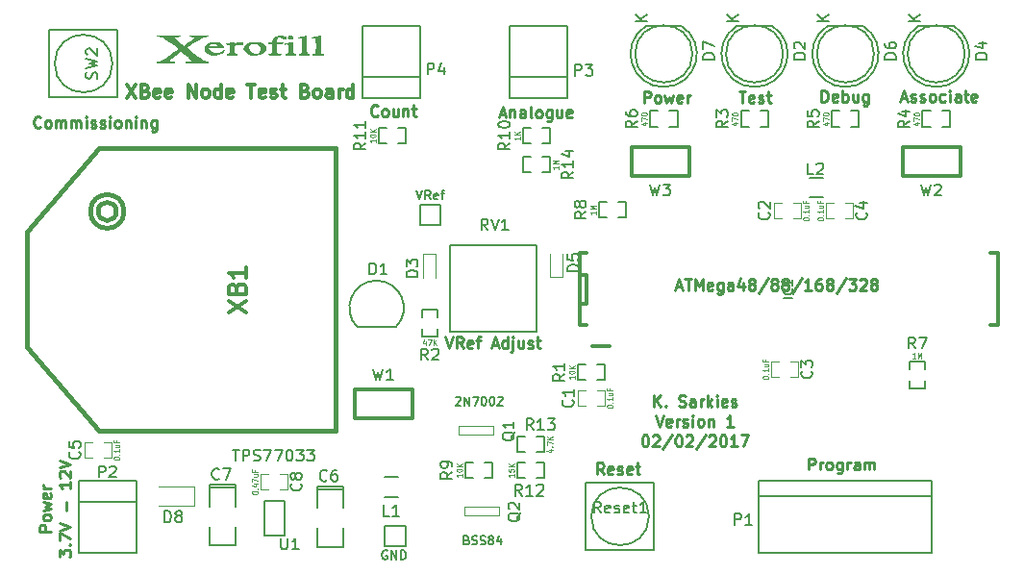
<source format=gbr>
G04 #@! TF.FileFunction,Legend,Top*
%FSLAX46Y46*%
G04 Gerber Fmt 4.6, Leading zero omitted, Abs format (unit mm)*
G04 Created by KiCad (PCBNEW 4.0.5-e0-6337~49~ubuntu16.04.1) date Thu Feb  2 12:05:49 2017*
%MOMM*%
%LPD*%
G01*
G04 APERTURE LIST*
%ADD10C,0.100000*%
%ADD11C,0.250000*%
%ADD12C,0.300000*%
%ADD13C,0.150000*%
%ADD14C,0.119380*%
%ADD15C,0.127000*%
%ADD16C,0.120000*%
%ADD17C,0.304800*%
%ADD18C,0.381000*%
%ADD19C,0.350000*%
%ADD20C,0.010000*%
%ADD21C,0.114300*%
%ADD22C,0.129540*%
G04 APERTURE END LIST*
D10*
D11*
X83816667Y-59687143D02*
X83769048Y-59734762D01*
X83626191Y-59782381D01*
X83530953Y-59782381D01*
X83388095Y-59734762D01*
X83292857Y-59639524D01*
X83245238Y-59544286D01*
X83197619Y-59353810D01*
X83197619Y-59210952D01*
X83245238Y-59020476D01*
X83292857Y-58925238D01*
X83388095Y-58830000D01*
X83530953Y-58782381D01*
X83626191Y-58782381D01*
X83769048Y-58830000D01*
X83816667Y-58877619D01*
X84388095Y-59782381D02*
X84292857Y-59734762D01*
X84245238Y-59687143D01*
X84197619Y-59591905D01*
X84197619Y-59306190D01*
X84245238Y-59210952D01*
X84292857Y-59163333D01*
X84388095Y-59115714D01*
X84530953Y-59115714D01*
X84626191Y-59163333D01*
X84673810Y-59210952D01*
X84721429Y-59306190D01*
X84721429Y-59591905D01*
X84673810Y-59687143D01*
X84626191Y-59734762D01*
X84530953Y-59782381D01*
X84388095Y-59782381D01*
X85578572Y-59115714D02*
X85578572Y-59782381D01*
X85150000Y-59115714D02*
X85150000Y-59639524D01*
X85197619Y-59734762D01*
X85292857Y-59782381D01*
X85435715Y-59782381D01*
X85530953Y-59734762D01*
X85578572Y-59687143D01*
X86054762Y-59115714D02*
X86054762Y-59782381D01*
X86054762Y-59210952D02*
X86102381Y-59163333D01*
X86197619Y-59115714D01*
X86340477Y-59115714D01*
X86435715Y-59163333D01*
X86483334Y-59258571D01*
X86483334Y-59782381D01*
X86816667Y-59115714D02*
X87197619Y-59115714D01*
X86959524Y-58782381D02*
X86959524Y-59639524D01*
X87007143Y-59734762D01*
X87102381Y-59782381D01*
X87197619Y-59782381D01*
X89759523Y-79182381D02*
X90092856Y-80182381D01*
X90426190Y-79182381D01*
X91330952Y-80182381D02*
X90997618Y-79706190D01*
X90759523Y-80182381D02*
X90759523Y-79182381D01*
X91140476Y-79182381D01*
X91235714Y-79230000D01*
X91283333Y-79277619D01*
X91330952Y-79372857D01*
X91330952Y-79515714D01*
X91283333Y-79610952D01*
X91235714Y-79658571D01*
X91140476Y-79706190D01*
X90759523Y-79706190D01*
X92140476Y-80134762D02*
X92045238Y-80182381D01*
X91854761Y-80182381D01*
X91759523Y-80134762D01*
X91711904Y-80039524D01*
X91711904Y-79658571D01*
X91759523Y-79563333D01*
X91854761Y-79515714D01*
X92045238Y-79515714D01*
X92140476Y-79563333D01*
X92188095Y-79658571D01*
X92188095Y-79753810D01*
X91711904Y-79849048D01*
X92473809Y-79515714D02*
X92854761Y-79515714D01*
X92616666Y-80182381D02*
X92616666Y-79325238D01*
X92664285Y-79230000D01*
X92759523Y-79182381D01*
X92854761Y-79182381D01*
X93902381Y-79896667D02*
X94378572Y-79896667D01*
X93807143Y-80182381D02*
X94140476Y-79182381D01*
X94473810Y-80182381D01*
X95235715Y-80182381D02*
X95235715Y-79182381D01*
X95235715Y-80134762D02*
X95140477Y-80182381D01*
X94950000Y-80182381D01*
X94854762Y-80134762D01*
X94807143Y-80087143D01*
X94759524Y-79991905D01*
X94759524Y-79706190D01*
X94807143Y-79610952D01*
X94854762Y-79563333D01*
X94950000Y-79515714D01*
X95140477Y-79515714D01*
X95235715Y-79563333D01*
X95711905Y-79515714D02*
X95711905Y-80372857D01*
X95664286Y-80468095D01*
X95569048Y-80515714D01*
X95521429Y-80515714D01*
X95711905Y-79182381D02*
X95664286Y-79230000D01*
X95711905Y-79277619D01*
X95759524Y-79230000D01*
X95711905Y-79182381D01*
X95711905Y-79277619D01*
X96616667Y-79515714D02*
X96616667Y-80182381D01*
X96188095Y-79515714D02*
X96188095Y-80039524D01*
X96235714Y-80134762D01*
X96330952Y-80182381D01*
X96473810Y-80182381D01*
X96569048Y-80134762D01*
X96616667Y-80087143D01*
X97045238Y-80134762D02*
X97140476Y-80182381D01*
X97330952Y-80182381D01*
X97426191Y-80134762D01*
X97473810Y-80039524D01*
X97473810Y-79991905D01*
X97426191Y-79896667D01*
X97330952Y-79849048D01*
X97188095Y-79849048D01*
X97092857Y-79801429D01*
X97045238Y-79706190D01*
X97045238Y-79658571D01*
X97092857Y-79563333D01*
X97188095Y-79515714D01*
X97330952Y-79515714D01*
X97426191Y-79563333D01*
X97759524Y-79515714D02*
X98140476Y-79515714D01*
X97902381Y-79182381D02*
X97902381Y-80039524D01*
X97950000Y-80134762D01*
X98045238Y-80182381D01*
X98140476Y-80182381D01*
X110092857Y-74796667D02*
X110569048Y-74796667D01*
X109997619Y-75082381D02*
X110330952Y-74082381D01*
X110664286Y-75082381D01*
X110854762Y-74082381D02*
X111426191Y-74082381D01*
X111140476Y-75082381D02*
X111140476Y-74082381D01*
X111759524Y-75082381D02*
X111759524Y-74082381D01*
X112092858Y-74796667D01*
X112426191Y-74082381D01*
X112426191Y-75082381D01*
X113283334Y-75034762D02*
X113188096Y-75082381D01*
X112997619Y-75082381D01*
X112902381Y-75034762D01*
X112854762Y-74939524D01*
X112854762Y-74558571D01*
X112902381Y-74463333D01*
X112997619Y-74415714D01*
X113188096Y-74415714D01*
X113283334Y-74463333D01*
X113330953Y-74558571D01*
X113330953Y-74653810D01*
X112854762Y-74749048D01*
X114188096Y-74415714D02*
X114188096Y-75225238D01*
X114140477Y-75320476D01*
X114092858Y-75368095D01*
X113997619Y-75415714D01*
X113854762Y-75415714D01*
X113759524Y-75368095D01*
X114188096Y-75034762D02*
X114092858Y-75082381D01*
X113902381Y-75082381D01*
X113807143Y-75034762D01*
X113759524Y-74987143D01*
X113711905Y-74891905D01*
X113711905Y-74606190D01*
X113759524Y-74510952D01*
X113807143Y-74463333D01*
X113902381Y-74415714D01*
X114092858Y-74415714D01*
X114188096Y-74463333D01*
X115092858Y-75082381D02*
X115092858Y-74558571D01*
X115045239Y-74463333D01*
X114950001Y-74415714D01*
X114759524Y-74415714D01*
X114664286Y-74463333D01*
X115092858Y-75034762D02*
X114997620Y-75082381D01*
X114759524Y-75082381D01*
X114664286Y-75034762D01*
X114616667Y-74939524D01*
X114616667Y-74844286D01*
X114664286Y-74749048D01*
X114759524Y-74701429D01*
X114997620Y-74701429D01*
X115092858Y-74653810D01*
X115997620Y-74415714D02*
X115997620Y-75082381D01*
X115759524Y-74034762D02*
X115521429Y-74749048D01*
X116140477Y-74749048D01*
X116664286Y-74510952D02*
X116569048Y-74463333D01*
X116521429Y-74415714D01*
X116473810Y-74320476D01*
X116473810Y-74272857D01*
X116521429Y-74177619D01*
X116569048Y-74130000D01*
X116664286Y-74082381D01*
X116854763Y-74082381D01*
X116950001Y-74130000D01*
X116997620Y-74177619D01*
X117045239Y-74272857D01*
X117045239Y-74320476D01*
X116997620Y-74415714D01*
X116950001Y-74463333D01*
X116854763Y-74510952D01*
X116664286Y-74510952D01*
X116569048Y-74558571D01*
X116521429Y-74606190D01*
X116473810Y-74701429D01*
X116473810Y-74891905D01*
X116521429Y-74987143D01*
X116569048Y-75034762D01*
X116664286Y-75082381D01*
X116854763Y-75082381D01*
X116950001Y-75034762D01*
X116997620Y-74987143D01*
X117045239Y-74891905D01*
X117045239Y-74701429D01*
X116997620Y-74606190D01*
X116950001Y-74558571D01*
X116854763Y-74510952D01*
X118188096Y-74034762D02*
X117330953Y-75320476D01*
X118664286Y-74510952D02*
X118569048Y-74463333D01*
X118521429Y-74415714D01*
X118473810Y-74320476D01*
X118473810Y-74272857D01*
X118521429Y-74177619D01*
X118569048Y-74130000D01*
X118664286Y-74082381D01*
X118854763Y-74082381D01*
X118950001Y-74130000D01*
X118997620Y-74177619D01*
X119045239Y-74272857D01*
X119045239Y-74320476D01*
X118997620Y-74415714D01*
X118950001Y-74463333D01*
X118854763Y-74510952D01*
X118664286Y-74510952D01*
X118569048Y-74558571D01*
X118521429Y-74606190D01*
X118473810Y-74701429D01*
X118473810Y-74891905D01*
X118521429Y-74987143D01*
X118569048Y-75034762D01*
X118664286Y-75082381D01*
X118854763Y-75082381D01*
X118950001Y-75034762D01*
X118997620Y-74987143D01*
X119045239Y-74891905D01*
X119045239Y-74701429D01*
X118997620Y-74606190D01*
X118950001Y-74558571D01*
X118854763Y-74510952D01*
X119616667Y-74510952D02*
X119521429Y-74463333D01*
X119473810Y-74415714D01*
X119426191Y-74320476D01*
X119426191Y-74272857D01*
X119473810Y-74177619D01*
X119521429Y-74130000D01*
X119616667Y-74082381D01*
X119807144Y-74082381D01*
X119902382Y-74130000D01*
X119950001Y-74177619D01*
X119997620Y-74272857D01*
X119997620Y-74320476D01*
X119950001Y-74415714D01*
X119902382Y-74463333D01*
X119807144Y-74510952D01*
X119616667Y-74510952D01*
X119521429Y-74558571D01*
X119473810Y-74606190D01*
X119426191Y-74701429D01*
X119426191Y-74891905D01*
X119473810Y-74987143D01*
X119521429Y-75034762D01*
X119616667Y-75082381D01*
X119807144Y-75082381D01*
X119902382Y-75034762D01*
X119950001Y-74987143D01*
X119997620Y-74891905D01*
X119997620Y-74701429D01*
X119950001Y-74606190D01*
X119902382Y-74558571D01*
X119807144Y-74510952D01*
X121140477Y-74034762D02*
X120283334Y-75320476D01*
X121997620Y-75082381D02*
X121426191Y-75082381D01*
X121711905Y-75082381D02*
X121711905Y-74082381D01*
X121616667Y-74225238D01*
X121521429Y-74320476D01*
X121426191Y-74368095D01*
X122854763Y-74082381D02*
X122664286Y-74082381D01*
X122569048Y-74130000D01*
X122521429Y-74177619D01*
X122426191Y-74320476D01*
X122378572Y-74510952D01*
X122378572Y-74891905D01*
X122426191Y-74987143D01*
X122473810Y-75034762D01*
X122569048Y-75082381D01*
X122759525Y-75082381D01*
X122854763Y-75034762D01*
X122902382Y-74987143D01*
X122950001Y-74891905D01*
X122950001Y-74653810D01*
X122902382Y-74558571D01*
X122854763Y-74510952D01*
X122759525Y-74463333D01*
X122569048Y-74463333D01*
X122473810Y-74510952D01*
X122426191Y-74558571D01*
X122378572Y-74653810D01*
X123521429Y-74510952D02*
X123426191Y-74463333D01*
X123378572Y-74415714D01*
X123330953Y-74320476D01*
X123330953Y-74272857D01*
X123378572Y-74177619D01*
X123426191Y-74130000D01*
X123521429Y-74082381D01*
X123711906Y-74082381D01*
X123807144Y-74130000D01*
X123854763Y-74177619D01*
X123902382Y-74272857D01*
X123902382Y-74320476D01*
X123854763Y-74415714D01*
X123807144Y-74463333D01*
X123711906Y-74510952D01*
X123521429Y-74510952D01*
X123426191Y-74558571D01*
X123378572Y-74606190D01*
X123330953Y-74701429D01*
X123330953Y-74891905D01*
X123378572Y-74987143D01*
X123426191Y-75034762D01*
X123521429Y-75082381D01*
X123711906Y-75082381D01*
X123807144Y-75034762D01*
X123854763Y-74987143D01*
X123902382Y-74891905D01*
X123902382Y-74701429D01*
X123854763Y-74606190D01*
X123807144Y-74558571D01*
X123711906Y-74510952D01*
X125045239Y-74034762D02*
X124188096Y-75320476D01*
X125283334Y-74082381D02*
X125902382Y-74082381D01*
X125569048Y-74463333D01*
X125711906Y-74463333D01*
X125807144Y-74510952D01*
X125854763Y-74558571D01*
X125902382Y-74653810D01*
X125902382Y-74891905D01*
X125854763Y-74987143D01*
X125807144Y-75034762D01*
X125711906Y-75082381D01*
X125426191Y-75082381D01*
X125330953Y-75034762D01*
X125283334Y-74987143D01*
X126283334Y-74177619D02*
X126330953Y-74130000D01*
X126426191Y-74082381D01*
X126664287Y-74082381D01*
X126759525Y-74130000D01*
X126807144Y-74177619D01*
X126854763Y-74272857D01*
X126854763Y-74368095D01*
X126807144Y-74510952D01*
X126235715Y-75082381D01*
X126854763Y-75082381D01*
X127426191Y-74510952D02*
X127330953Y-74463333D01*
X127283334Y-74415714D01*
X127235715Y-74320476D01*
X127235715Y-74272857D01*
X127283334Y-74177619D01*
X127330953Y-74130000D01*
X127426191Y-74082381D01*
X127616668Y-74082381D01*
X127711906Y-74130000D01*
X127759525Y-74177619D01*
X127807144Y-74272857D01*
X127807144Y-74320476D01*
X127759525Y-74415714D01*
X127711906Y-74463333D01*
X127616668Y-74510952D01*
X127426191Y-74510952D01*
X127330953Y-74558571D01*
X127283334Y-74606190D01*
X127235715Y-74701429D01*
X127235715Y-74891905D01*
X127283334Y-74987143D01*
X127330953Y-75034762D01*
X127426191Y-75082381D01*
X127616668Y-75082381D01*
X127711906Y-75034762D01*
X127759525Y-74987143D01*
X127807144Y-74891905D01*
X127807144Y-74701429D01*
X127759525Y-74606190D01*
X127711906Y-74558571D01*
X127616668Y-74510952D01*
X121745238Y-90882381D02*
X121745238Y-89882381D01*
X122126191Y-89882381D01*
X122221429Y-89930000D01*
X122269048Y-89977619D01*
X122316667Y-90072857D01*
X122316667Y-90215714D01*
X122269048Y-90310952D01*
X122221429Y-90358571D01*
X122126191Y-90406190D01*
X121745238Y-90406190D01*
X122745238Y-90882381D02*
X122745238Y-90215714D01*
X122745238Y-90406190D02*
X122792857Y-90310952D01*
X122840476Y-90263333D01*
X122935714Y-90215714D01*
X123030953Y-90215714D01*
X123507143Y-90882381D02*
X123411905Y-90834762D01*
X123364286Y-90787143D01*
X123316667Y-90691905D01*
X123316667Y-90406190D01*
X123364286Y-90310952D01*
X123411905Y-90263333D01*
X123507143Y-90215714D01*
X123650001Y-90215714D01*
X123745239Y-90263333D01*
X123792858Y-90310952D01*
X123840477Y-90406190D01*
X123840477Y-90691905D01*
X123792858Y-90787143D01*
X123745239Y-90834762D01*
X123650001Y-90882381D01*
X123507143Y-90882381D01*
X124697620Y-90215714D02*
X124697620Y-91025238D01*
X124650001Y-91120476D01*
X124602382Y-91168095D01*
X124507143Y-91215714D01*
X124364286Y-91215714D01*
X124269048Y-91168095D01*
X124697620Y-90834762D02*
X124602382Y-90882381D01*
X124411905Y-90882381D01*
X124316667Y-90834762D01*
X124269048Y-90787143D01*
X124221429Y-90691905D01*
X124221429Y-90406190D01*
X124269048Y-90310952D01*
X124316667Y-90263333D01*
X124411905Y-90215714D01*
X124602382Y-90215714D01*
X124697620Y-90263333D01*
X125173810Y-90882381D02*
X125173810Y-90215714D01*
X125173810Y-90406190D02*
X125221429Y-90310952D01*
X125269048Y-90263333D01*
X125364286Y-90215714D01*
X125459525Y-90215714D01*
X126221430Y-90882381D02*
X126221430Y-90358571D01*
X126173811Y-90263333D01*
X126078573Y-90215714D01*
X125888096Y-90215714D01*
X125792858Y-90263333D01*
X126221430Y-90834762D02*
X126126192Y-90882381D01*
X125888096Y-90882381D01*
X125792858Y-90834762D01*
X125745239Y-90739524D01*
X125745239Y-90644286D01*
X125792858Y-90549048D01*
X125888096Y-90501429D01*
X126126192Y-90501429D01*
X126221430Y-90453810D01*
X126697620Y-90882381D02*
X126697620Y-90215714D01*
X126697620Y-90310952D02*
X126745239Y-90263333D01*
X126840477Y-90215714D01*
X126983335Y-90215714D01*
X127078573Y-90263333D01*
X127126192Y-90358571D01*
X127126192Y-90882381D01*
X127126192Y-90358571D02*
X127173811Y-90263333D01*
X127269049Y-90215714D01*
X127411906Y-90215714D01*
X127507144Y-90263333D01*
X127554763Y-90358571D01*
X127554763Y-90882381D01*
X103711905Y-91282381D02*
X103378571Y-90806190D01*
X103140476Y-91282381D02*
X103140476Y-90282381D01*
X103521429Y-90282381D01*
X103616667Y-90330000D01*
X103664286Y-90377619D01*
X103711905Y-90472857D01*
X103711905Y-90615714D01*
X103664286Y-90710952D01*
X103616667Y-90758571D01*
X103521429Y-90806190D01*
X103140476Y-90806190D01*
X104521429Y-91234762D02*
X104426191Y-91282381D01*
X104235714Y-91282381D01*
X104140476Y-91234762D01*
X104092857Y-91139524D01*
X104092857Y-90758571D01*
X104140476Y-90663333D01*
X104235714Y-90615714D01*
X104426191Y-90615714D01*
X104521429Y-90663333D01*
X104569048Y-90758571D01*
X104569048Y-90853810D01*
X104092857Y-90949048D01*
X104950000Y-91234762D02*
X105045238Y-91282381D01*
X105235714Y-91282381D01*
X105330953Y-91234762D01*
X105378572Y-91139524D01*
X105378572Y-91091905D01*
X105330953Y-90996667D01*
X105235714Y-90949048D01*
X105092857Y-90949048D01*
X104997619Y-90901429D01*
X104950000Y-90806190D01*
X104950000Y-90758571D01*
X104997619Y-90663333D01*
X105092857Y-90615714D01*
X105235714Y-90615714D01*
X105330953Y-90663333D01*
X106188096Y-91234762D02*
X106092858Y-91282381D01*
X105902381Y-91282381D01*
X105807143Y-91234762D01*
X105759524Y-91139524D01*
X105759524Y-90758571D01*
X105807143Y-90663333D01*
X105902381Y-90615714D01*
X106092858Y-90615714D01*
X106188096Y-90663333D01*
X106235715Y-90758571D01*
X106235715Y-90853810D01*
X105759524Y-90949048D01*
X106521429Y-90615714D02*
X106902381Y-90615714D01*
X106664286Y-90282381D02*
X106664286Y-91139524D01*
X106711905Y-91234762D01*
X106807143Y-91282381D01*
X106902381Y-91282381D01*
X129916666Y-58196667D02*
X130392857Y-58196667D01*
X129821428Y-58482381D02*
X130154761Y-57482381D01*
X130488095Y-58482381D01*
X130773809Y-58434762D02*
X130869047Y-58482381D01*
X131059523Y-58482381D01*
X131154762Y-58434762D01*
X131202381Y-58339524D01*
X131202381Y-58291905D01*
X131154762Y-58196667D01*
X131059523Y-58149048D01*
X130916666Y-58149048D01*
X130821428Y-58101429D01*
X130773809Y-58006190D01*
X130773809Y-57958571D01*
X130821428Y-57863333D01*
X130916666Y-57815714D01*
X131059523Y-57815714D01*
X131154762Y-57863333D01*
X131583333Y-58434762D02*
X131678571Y-58482381D01*
X131869047Y-58482381D01*
X131964286Y-58434762D01*
X132011905Y-58339524D01*
X132011905Y-58291905D01*
X131964286Y-58196667D01*
X131869047Y-58149048D01*
X131726190Y-58149048D01*
X131630952Y-58101429D01*
X131583333Y-58006190D01*
X131583333Y-57958571D01*
X131630952Y-57863333D01*
X131726190Y-57815714D01*
X131869047Y-57815714D01*
X131964286Y-57863333D01*
X132583333Y-58482381D02*
X132488095Y-58434762D01*
X132440476Y-58387143D01*
X132392857Y-58291905D01*
X132392857Y-58006190D01*
X132440476Y-57910952D01*
X132488095Y-57863333D01*
X132583333Y-57815714D01*
X132726191Y-57815714D01*
X132821429Y-57863333D01*
X132869048Y-57910952D01*
X132916667Y-58006190D01*
X132916667Y-58291905D01*
X132869048Y-58387143D01*
X132821429Y-58434762D01*
X132726191Y-58482381D01*
X132583333Y-58482381D01*
X133773810Y-58434762D02*
X133678572Y-58482381D01*
X133488095Y-58482381D01*
X133392857Y-58434762D01*
X133345238Y-58387143D01*
X133297619Y-58291905D01*
X133297619Y-58006190D01*
X133345238Y-57910952D01*
X133392857Y-57863333D01*
X133488095Y-57815714D01*
X133678572Y-57815714D01*
X133773810Y-57863333D01*
X134202381Y-58482381D02*
X134202381Y-57815714D01*
X134202381Y-57482381D02*
X134154762Y-57530000D01*
X134202381Y-57577619D01*
X134250000Y-57530000D01*
X134202381Y-57482381D01*
X134202381Y-57577619D01*
X135107143Y-58482381D02*
X135107143Y-57958571D01*
X135059524Y-57863333D01*
X134964286Y-57815714D01*
X134773809Y-57815714D01*
X134678571Y-57863333D01*
X135107143Y-58434762D02*
X135011905Y-58482381D01*
X134773809Y-58482381D01*
X134678571Y-58434762D01*
X134630952Y-58339524D01*
X134630952Y-58244286D01*
X134678571Y-58149048D01*
X134773809Y-58101429D01*
X135011905Y-58101429D01*
X135107143Y-58053810D01*
X135440476Y-57815714D02*
X135821428Y-57815714D01*
X135583333Y-57482381D02*
X135583333Y-58339524D01*
X135630952Y-58434762D01*
X135726190Y-58482381D01*
X135821428Y-58482381D01*
X136535715Y-58434762D02*
X136440477Y-58482381D01*
X136250000Y-58482381D01*
X136154762Y-58434762D01*
X136107143Y-58339524D01*
X136107143Y-57958571D01*
X136154762Y-57863333D01*
X136250000Y-57815714D01*
X136440477Y-57815714D01*
X136535715Y-57863333D01*
X136583334Y-57958571D01*
X136583334Y-58053810D01*
X136107143Y-58149048D01*
X122902381Y-58482381D02*
X122902381Y-57482381D01*
X123140476Y-57482381D01*
X123283334Y-57530000D01*
X123378572Y-57625238D01*
X123426191Y-57720476D01*
X123473810Y-57910952D01*
X123473810Y-58053810D01*
X123426191Y-58244286D01*
X123378572Y-58339524D01*
X123283334Y-58434762D01*
X123140476Y-58482381D01*
X122902381Y-58482381D01*
X124283334Y-58434762D02*
X124188096Y-58482381D01*
X123997619Y-58482381D01*
X123902381Y-58434762D01*
X123854762Y-58339524D01*
X123854762Y-57958571D01*
X123902381Y-57863333D01*
X123997619Y-57815714D01*
X124188096Y-57815714D01*
X124283334Y-57863333D01*
X124330953Y-57958571D01*
X124330953Y-58053810D01*
X123854762Y-58149048D01*
X124759524Y-58482381D02*
X124759524Y-57482381D01*
X124759524Y-57863333D02*
X124854762Y-57815714D01*
X125045239Y-57815714D01*
X125140477Y-57863333D01*
X125188096Y-57910952D01*
X125235715Y-58006190D01*
X125235715Y-58291905D01*
X125188096Y-58387143D01*
X125140477Y-58434762D01*
X125045239Y-58482381D01*
X124854762Y-58482381D01*
X124759524Y-58434762D01*
X126092858Y-57815714D02*
X126092858Y-58482381D01*
X125664286Y-57815714D02*
X125664286Y-58339524D01*
X125711905Y-58434762D01*
X125807143Y-58482381D01*
X125950001Y-58482381D01*
X126045239Y-58434762D01*
X126092858Y-58387143D01*
X126997620Y-57815714D02*
X126997620Y-58625238D01*
X126950001Y-58720476D01*
X126902382Y-58768095D01*
X126807143Y-58815714D01*
X126664286Y-58815714D01*
X126569048Y-58768095D01*
X126997620Y-58434762D02*
X126902382Y-58482381D01*
X126711905Y-58482381D01*
X126616667Y-58434762D01*
X126569048Y-58387143D01*
X126521429Y-58291905D01*
X126521429Y-58006190D01*
X126569048Y-57910952D01*
X126616667Y-57863333D01*
X126711905Y-57815714D01*
X126902382Y-57815714D01*
X126997620Y-57863333D01*
X115645238Y-57582381D02*
X116216667Y-57582381D01*
X115930952Y-58582381D02*
X115930952Y-57582381D01*
X116930953Y-58534762D02*
X116835715Y-58582381D01*
X116645238Y-58582381D01*
X116550000Y-58534762D01*
X116502381Y-58439524D01*
X116502381Y-58058571D01*
X116550000Y-57963333D01*
X116645238Y-57915714D01*
X116835715Y-57915714D01*
X116930953Y-57963333D01*
X116978572Y-58058571D01*
X116978572Y-58153810D01*
X116502381Y-58249048D01*
X117359524Y-58534762D02*
X117454762Y-58582381D01*
X117645238Y-58582381D01*
X117740477Y-58534762D01*
X117788096Y-58439524D01*
X117788096Y-58391905D01*
X117740477Y-58296667D01*
X117645238Y-58249048D01*
X117502381Y-58249048D01*
X117407143Y-58201429D01*
X117359524Y-58106190D01*
X117359524Y-58058571D01*
X117407143Y-57963333D01*
X117502381Y-57915714D01*
X117645238Y-57915714D01*
X117740477Y-57963333D01*
X118073810Y-57915714D02*
X118454762Y-57915714D01*
X118216667Y-57582381D02*
X118216667Y-58439524D01*
X118264286Y-58534762D01*
X118359524Y-58582381D01*
X118454762Y-58582381D01*
X107273809Y-58582381D02*
X107273809Y-57582381D01*
X107654762Y-57582381D01*
X107750000Y-57630000D01*
X107797619Y-57677619D01*
X107845238Y-57772857D01*
X107845238Y-57915714D01*
X107797619Y-58010952D01*
X107750000Y-58058571D01*
X107654762Y-58106190D01*
X107273809Y-58106190D01*
X108416666Y-58582381D02*
X108321428Y-58534762D01*
X108273809Y-58487143D01*
X108226190Y-58391905D01*
X108226190Y-58106190D01*
X108273809Y-58010952D01*
X108321428Y-57963333D01*
X108416666Y-57915714D01*
X108559524Y-57915714D01*
X108654762Y-57963333D01*
X108702381Y-58010952D01*
X108750000Y-58106190D01*
X108750000Y-58391905D01*
X108702381Y-58487143D01*
X108654762Y-58534762D01*
X108559524Y-58582381D01*
X108416666Y-58582381D01*
X109083333Y-57915714D02*
X109273809Y-58582381D01*
X109464286Y-58106190D01*
X109654762Y-58582381D01*
X109845238Y-57915714D01*
X110607143Y-58534762D02*
X110511905Y-58582381D01*
X110321428Y-58582381D01*
X110226190Y-58534762D01*
X110178571Y-58439524D01*
X110178571Y-58058571D01*
X110226190Y-57963333D01*
X110321428Y-57915714D01*
X110511905Y-57915714D01*
X110607143Y-57963333D01*
X110654762Y-58058571D01*
X110654762Y-58153810D01*
X110178571Y-58249048D01*
X111083333Y-58582381D02*
X111083333Y-57915714D01*
X111083333Y-58106190D02*
X111130952Y-58010952D01*
X111178571Y-57963333D01*
X111273809Y-57915714D01*
X111369048Y-57915714D01*
X94559523Y-59596667D02*
X95035714Y-59596667D01*
X94464285Y-59882381D02*
X94797618Y-58882381D01*
X95130952Y-59882381D01*
X95464285Y-59215714D02*
X95464285Y-59882381D01*
X95464285Y-59310952D02*
X95511904Y-59263333D01*
X95607142Y-59215714D01*
X95750000Y-59215714D01*
X95845238Y-59263333D01*
X95892857Y-59358571D01*
X95892857Y-59882381D01*
X96797619Y-59882381D02*
X96797619Y-59358571D01*
X96750000Y-59263333D01*
X96654762Y-59215714D01*
X96464285Y-59215714D01*
X96369047Y-59263333D01*
X96797619Y-59834762D02*
X96702381Y-59882381D01*
X96464285Y-59882381D01*
X96369047Y-59834762D01*
X96321428Y-59739524D01*
X96321428Y-59644286D01*
X96369047Y-59549048D01*
X96464285Y-59501429D01*
X96702381Y-59501429D01*
X96797619Y-59453810D01*
X97416666Y-59882381D02*
X97321428Y-59834762D01*
X97273809Y-59739524D01*
X97273809Y-58882381D01*
X97940476Y-59882381D02*
X97845238Y-59834762D01*
X97797619Y-59787143D01*
X97750000Y-59691905D01*
X97750000Y-59406190D01*
X97797619Y-59310952D01*
X97845238Y-59263333D01*
X97940476Y-59215714D01*
X98083334Y-59215714D01*
X98178572Y-59263333D01*
X98226191Y-59310952D01*
X98273810Y-59406190D01*
X98273810Y-59691905D01*
X98226191Y-59787143D01*
X98178572Y-59834762D01*
X98083334Y-59882381D01*
X97940476Y-59882381D01*
X99130953Y-59215714D02*
X99130953Y-60025238D01*
X99083334Y-60120476D01*
X99035715Y-60168095D01*
X98940476Y-60215714D01*
X98797619Y-60215714D01*
X98702381Y-60168095D01*
X99130953Y-59834762D02*
X99035715Y-59882381D01*
X98845238Y-59882381D01*
X98750000Y-59834762D01*
X98702381Y-59787143D01*
X98654762Y-59691905D01*
X98654762Y-59406190D01*
X98702381Y-59310952D01*
X98750000Y-59263333D01*
X98845238Y-59215714D01*
X99035715Y-59215714D01*
X99130953Y-59263333D01*
X100035715Y-59215714D02*
X100035715Y-59882381D01*
X99607143Y-59215714D02*
X99607143Y-59739524D01*
X99654762Y-59834762D01*
X99750000Y-59882381D01*
X99892858Y-59882381D01*
X99988096Y-59834762D01*
X100035715Y-59787143D01*
X100892858Y-59834762D02*
X100797620Y-59882381D01*
X100607143Y-59882381D01*
X100511905Y-59834762D01*
X100464286Y-59739524D01*
X100464286Y-59358571D01*
X100511905Y-59263333D01*
X100607143Y-59215714D01*
X100797620Y-59215714D01*
X100892858Y-59263333D01*
X100940477Y-59358571D01*
X100940477Y-59453810D01*
X100464286Y-59549048D01*
X55027381Y-96306191D02*
X54027381Y-96306191D01*
X54027381Y-95925238D01*
X54075000Y-95830000D01*
X54122619Y-95782381D01*
X54217857Y-95734762D01*
X54360714Y-95734762D01*
X54455952Y-95782381D01*
X54503571Y-95830000D01*
X54551190Y-95925238D01*
X54551190Y-96306191D01*
X55027381Y-95163334D02*
X54979762Y-95258572D01*
X54932143Y-95306191D01*
X54836905Y-95353810D01*
X54551190Y-95353810D01*
X54455952Y-95306191D01*
X54408333Y-95258572D01*
X54360714Y-95163334D01*
X54360714Y-95020476D01*
X54408333Y-94925238D01*
X54455952Y-94877619D01*
X54551190Y-94830000D01*
X54836905Y-94830000D01*
X54932143Y-94877619D01*
X54979762Y-94925238D01*
X55027381Y-95020476D01*
X55027381Y-95163334D01*
X54360714Y-94496667D02*
X55027381Y-94306191D01*
X54551190Y-94115714D01*
X55027381Y-93925238D01*
X54360714Y-93734762D01*
X54979762Y-92972857D02*
X55027381Y-93068095D01*
X55027381Y-93258572D01*
X54979762Y-93353810D01*
X54884524Y-93401429D01*
X54503571Y-93401429D01*
X54408333Y-93353810D01*
X54360714Y-93258572D01*
X54360714Y-93068095D01*
X54408333Y-92972857D01*
X54503571Y-92925238D01*
X54598810Y-92925238D01*
X54694048Y-93401429D01*
X55027381Y-92496667D02*
X54360714Y-92496667D01*
X54551190Y-92496667D02*
X54455952Y-92449048D01*
X54408333Y-92401429D01*
X54360714Y-92306191D01*
X54360714Y-92210952D01*
X55777381Y-98568095D02*
X55777381Y-97949047D01*
X56158333Y-98282381D01*
X56158333Y-98139523D01*
X56205952Y-98044285D01*
X56253571Y-97996666D01*
X56348810Y-97949047D01*
X56586905Y-97949047D01*
X56682143Y-97996666D01*
X56729762Y-98044285D01*
X56777381Y-98139523D01*
X56777381Y-98425238D01*
X56729762Y-98520476D01*
X56682143Y-98568095D01*
X56682143Y-97520476D02*
X56729762Y-97472857D01*
X56777381Y-97520476D01*
X56729762Y-97568095D01*
X56682143Y-97520476D01*
X56777381Y-97520476D01*
X55777381Y-97139524D02*
X55777381Y-96472857D01*
X56777381Y-96901429D01*
X55777381Y-96234762D02*
X56777381Y-95901429D01*
X55777381Y-95568095D01*
X56396429Y-94472857D02*
X56396429Y-93710952D01*
X56777381Y-91949047D02*
X56777381Y-92520476D01*
X56777381Y-92234762D02*
X55777381Y-92234762D01*
X55920238Y-92330000D01*
X56015476Y-92425238D01*
X56063095Y-92520476D01*
X55872619Y-91568095D02*
X55825000Y-91520476D01*
X55777381Y-91425238D01*
X55777381Y-91187142D01*
X55825000Y-91091904D01*
X55872619Y-91044285D01*
X55967857Y-90996666D01*
X56063095Y-90996666D01*
X56205952Y-91044285D01*
X56777381Y-91615714D01*
X56777381Y-90996666D01*
X55777381Y-90710952D02*
X56777381Y-90377619D01*
X55777381Y-90044285D01*
X54140477Y-60687143D02*
X54092858Y-60734762D01*
X53950001Y-60782381D01*
X53854763Y-60782381D01*
X53711905Y-60734762D01*
X53616667Y-60639524D01*
X53569048Y-60544286D01*
X53521429Y-60353810D01*
X53521429Y-60210952D01*
X53569048Y-60020476D01*
X53616667Y-59925238D01*
X53711905Y-59830000D01*
X53854763Y-59782381D01*
X53950001Y-59782381D01*
X54092858Y-59830000D01*
X54140477Y-59877619D01*
X54711905Y-60782381D02*
X54616667Y-60734762D01*
X54569048Y-60687143D01*
X54521429Y-60591905D01*
X54521429Y-60306190D01*
X54569048Y-60210952D01*
X54616667Y-60163333D01*
X54711905Y-60115714D01*
X54854763Y-60115714D01*
X54950001Y-60163333D01*
X54997620Y-60210952D01*
X55045239Y-60306190D01*
X55045239Y-60591905D01*
X54997620Y-60687143D01*
X54950001Y-60734762D01*
X54854763Y-60782381D01*
X54711905Y-60782381D01*
X55473810Y-60782381D02*
X55473810Y-60115714D01*
X55473810Y-60210952D02*
X55521429Y-60163333D01*
X55616667Y-60115714D01*
X55759525Y-60115714D01*
X55854763Y-60163333D01*
X55902382Y-60258571D01*
X55902382Y-60782381D01*
X55902382Y-60258571D02*
X55950001Y-60163333D01*
X56045239Y-60115714D01*
X56188096Y-60115714D01*
X56283334Y-60163333D01*
X56330953Y-60258571D01*
X56330953Y-60782381D01*
X56807143Y-60782381D02*
X56807143Y-60115714D01*
X56807143Y-60210952D02*
X56854762Y-60163333D01*
X56950000Y-60115714D01*
X57092858Y-60115714D01*
X57188096Y-60163333D01*
X57235715Y-60258571D01*
X57235715Y-60782381D01*
X57235715Y-60258571D02*
X57283334Y-60163333D01*
X57378572Y-60115714D01*
X57521429Y-60115714D01*
X57616667Y-60163333D01*
X57664286Y-60258571D01*
X57664286Y-60782381D01*
X58140476Y-60782381D02*
X58140476Y-60115714D01*
X58140476Y-59782381D02*
X58092857Y-59830000D01*
X58140476Y-59877619D01*
X58188095Y-59830000D01*
X58140476Y-59782381D01*
X58140476Y-59877619D01*
X58569047Y-60734762D02*
X58664285Y-60782381D01*
X58854761Y-60782381D01*
X58950000Y-60734762D01*
X58997619Y-60639524D01*
X58997619Y-60591905D01*
X58950000Y-60496667D01*
X58854761Y-60449048D01*
X58711904Y-60449048D01*
X58616666Y-60401429D01*
X58569047Y-60306190D01*
X58569047Y-60258571D01*
X58616666Y-60163333D01*
X58711904Y-60115714D01*
X58854761Y-60115714D01*
X58950000Y-60163333D01*
X59378571Y-60734762D02*
X59473809Y-60782381D01*
X59664285Y-60782381D01*
X59759524Y-60734762D01*
X59807143Y-60639524D01*
X59807143Y-60591905D01*
X59759524Y-60496667D01*
X59664285Y-60449048D01*
X59521428Y-60449048D01*
X59426190Y-60401429D01*
X59378571Y-60306190D01*
X59378571Y-60258571D01*
X59426190Y-60163333D01*
X59521428Y-60115714D01*
X59664285Y-60115714D01*
X59759524Y-60163333D01*
X60235714Y-60782381D02*
X60235714Y-60115714D01*
X60235714Y-59782381D02*
X60188095Y-59830000D01*
X60235714Y-59877619D01*
X60283333Y-59830000D01*
X60235714Y-59782381D01*
X60235714Y-59877619D01*
X60854761Y-60782381D02*
X60759523Y-60734762D01*
X60711904Y-60687143D01*
X60664285Y-60591905D01*
X60664285Y-60306190D01*
X60711904Y-60210952D01*
X60759523Y-60163333D01*
X60854761Y-60115714D01*
X60997619Y-60115714D01*
X61092857Y-60163333D01*
X61140476Y-60210952D01*
X61188095Y-60306190D01*
X61188095Y-60591905D01*
X61140476Y-60687143D01*
X61092857Y-60734762D01*
X60997619Y-60782381D01*
X60854761Y-60782381D01*
X61616666Y-60115714D02*
X61616666Y-60782381D01*
X61616666Y-60210952D02*
X61664285Y-60163333D01*
X61759523Y-60115714D01*
X61902381Y-60115714D01*
X61997619Y-60163333D01*
X62045238Y-60258571D01*
X62045238Y-60782381D01*
X62521428Y-60782381D02*
X62521428Y-60115714D01*
X62521428Y-59782381D02*
X62473809Y-59830000D01*
X62521428Y-59877619D01*
X62569047Y-59830000D01*
X62521428Y-59782381D01*
X62521428Y-59877619D01*
X62997618Y-60115714D02*
X62997618Y-60782381D01*
X62997618Y-60210952D02*
X63045237Y-60163333D01*
X63140475Y-60115714D01*
X63283333Y-60115714D01*
X63378571Y-60163333D01*
X63426190Y-60258571D01*
X63426190Y-60782381D01*
X64330952Y-60115714D02*
X64330952Y-60925238D01*
X64283333Y-61020476D01*
X64235714Y-61068095D01*
X64140475Y-61115714D01*
X63997618Y-61115714D01*
X63902380Y-61068095D01*
X64330952Y-60734762D02*
X64235714Y-60782381D01*
X64045237Y-60782381D01*
X63949999Y-60734762D01*
X63902380Y-60687143D01*
X63854761Y-60591905D01*
X63854761Y-60306190D01*
X63902380Y-60210952D01*
X63949999Y-60163333D01*
X64045237Y-60115714D01*
X64235714Y-60115714D01*
X64330952Y-60163333D01*
X108154762Y-85332381D02*
X108154762Y-84332381D01*
X108726191Y-85332381D02*
X108297619Y-84760952D01*
X108726191Y-84332381D02*
X108154762Y-84903810D01*
X109154762Y-85237143D02*
X109202381Y-85284762D01*
X109154762Y-85332381D01*
X109107143Y-85284762D01*
X109154762Y-85237143D01*
X109154762Y-85332381D01*
X110345238Y-85284762D02*
X110488095Y-85332381D01*
X110726191Y-85332381D01*
X110821429Y-85284762D01*
X110869048Y-85237143D01*
X110916667Y-85141905D01*
X110916667Y-85046667D01*
X110869048Y-84951429D01*
X110821429Y-84903810D01*
X110726191Y-84856190D01*
X110535714Y-84808571D01*
X110440476Y-84760952D01*
X110392857Y-84713333D01*
X110345238Y-84618095D01*
X110345238Y-84522857D01*
X110392857Y-84427619D01*
X110440476Y-84380000D01*
X110535714Y-84332381D01*
X110773810Y-84332381D01*
X110916667Y-84380000D01*
X111773810Y-85332381D02*
X111773810Y-84808571D01*
X111726191Y-84713333D01*
X111630953Y-84665714D01*
X111440476Y-84665714D01*
X111345238Y-84713333D01*
X111773810Y-85284762D02*
X111678572Y-85332381D01*
X111440476Y-85332381D01*
X111345238Y-85284762D01*
X111297619Y-85189524D01*
X111297619Y-85094286D01*
X111345238Y-84999048D01*
X111440476Y-84951429D01*
X111678572Y-84951429D01*
X111773810Y-84903810D01*
X112250000Y-85332381D02*
X112250000Y-84665714D01*
X112250000Y-84856190D02*
X112297619Y-84760952D01*
X112345238Y-84713333D01*
X112440476Y-84665714D01*
X112535715Y-84665714D01*
X112869048Y-85332381D02*
X112869048Y-84332381D01*
X112964286Y-84951429D02*
X113250001Y-85332381D01*
X113250001Y-84665714D02*
X112869048Y-85046667D01*
X113678572Y-85332381D02*
X113678572Y-84665714D01*
X113678572Y-84332381D02*
X113630953Y-84380000D01*
X113678572Y-84427619D01*
X113726191Y-84380000D01*
X113678572Y-84332381D01*
X113678572Y-84427619D01*
X114535715Y-85284762D02*
X114440477Y-85332381D01*
X114250000Y-85332381D01*
X114154762Y-85284762D01*
X114107143Y-85189524D01*
X114107143Y-84808571D01*
X114154762Y-84713333D01*
X114250000Y-84665714D01*
X114440477Y-84665714D01*
X114535715Y-84713333D01*
X114583334Y-84808571D01*
X114583334Y-84903810D01*
X114107143Y-84999048D01*
X114964286Y-85284762D02*
X115059524Y-85332381D01*
X115250000Y-85332381D01*
X115345239Y-85284762D01*
X115392858Y-85189524D01*
X115392858Y-85141905D01*
X115345239Y-85046667D01*
X115250000Y-84999048D01*
X115107143Y-84999048D01*
X115011905Y-84951429D01*
X114964286Y-84856190D01*
X114964286Y-84808571D01*
X115011905Y-84713333D01*
X115107143Y-84665714D01*
X115250000Y-84665714D01*
X115345239Y-84713333D01*
X108273809Y-86082381D02*
X108607142Y-87082381D01*
X108940476Y-86082381D01*
X109654762Y-87034762D02*
X109559524Y-87082381D01*
X109369047Y-87082381D01*
X109273809Y-87034762D01*
X109226190Y-86939524D01*
X109226190Y-86558571D01*
X109273809Y-86463333D01*
X109369047Y-86415714D01*
X109559524Y-86415714D01*
X109654762Y-86463333D01*
X109702381Y-86558571D01*
X109702381Y-86653810D01*
X109226190Y-86749048D01*
X110130952Y-87082381D02*
X110130952Y-86415714D01*
X110130952Y-86606190D02*
X110178571Y-86510952D01*
X110226190Y-86463333D01*
X110321428Y-86415714D01*
X110416667Y-86415714D01*
X110702381Y-87034762D02*
X110797619Y-87082381D01*
X110988095Y-87082381D01*
X111083334Y-87034762D01*
X111130953Y-86939524D01*
X111130953Y-86891905D01*
X111083334Y-86796667D01*
X110988095Y-86749048D01*
X110845238Y-86749048D01*
X110750000Y-86701429D01*
X110702381Y-86606190D01*
X110702381Y-86558571D01*
X110750000Y-86463333D01*
X110845238Y-86415714D01*
X110988095Y-86415714D01*
X111083334Y-86463333D01*
X111559524Y-87082381D02*
X111559524Y-86415714D01*
X111559524Y-86082381D02*
X111511905Y-86130000D01*
X111559524Y-86177619D01*
X111607143Y-86130000D01*
X111559524Y-86082381D01*
X111559524Y-86177619D01*
X112178571Y-87082381D02*
X112083333Y-87034762D01*
X112035714Y-86987143D01*
X111988095Y-86891905D01*
X111988095Y-86606190D01*
X112035714Y-86510952D01*
X112083333Y-86463333D01*
X112178571Y-86415714D01*
X112321429Y-86415714D01*
X112416667Y-86463333D01*
X112464286Y-86510952D01*
X112511905Y-86606190D01*
X112511905Y-86891905D01*
X112464286Y-86987143D01*
X112416667Y-87034762D01*
X112321429Y-87082381D01*
X112178571Y-87082381D01*
X112940476Y-86415714D02*
X112940476Y-87082381D01*
X112940476Y-86510952D02*
X112988095Y-86463333D01*
X113083333Y-86415714D01*
X113226191Y-86415714D01*
X113321429Y-86463333D01*
X113369048Y-86558571D01*
X113369048Y-87082381D01*
X115130953Y-87082381D02*
X114559524Y-87082381D01*
X114845238Y-87082381D02*
X114845238Y-86082381D01*
X114750000Y-86225238D01*
X114654762Y-86320476D01*
X114559524Y-86368095D01*
X107321428Y-87832381D02*
X107416667Y-87832381D01*
X107511905Y-87880000D01*
X107559524Y-87927619D01*
X107607143Y-88022857D01*
X107654762Y-88213333D01*
X107654762Y-88451429D01*
X107607143Y-88641905D01*
X107559524Y-88737143D01*
X107511905Y-88784762D01*
X107416667Y-88832381D01*
X107321428Y-88832381D01*
X107226190Y-88784762D01*
X107178571Y-88737143D01*
X107130952Y-88641905D01*
X107083333Y-88451429D01*
X107083333Y-88213333D01*
X107130952Y-88022857D01*
X107178571Y-87927619D01*
X107226190Y-87880000D01*
X107321428Y-87832381D01*
X108035714Y-87927619D02*
X108083333Y-87880000D01*
X108178571Y-87832381D01*
X108416667Y-87832381D01*
X108511905Y-87880000D01*
X108559524Y-87927619D01*
X108607143Y-88022857D01*
X108607143Y-88118095D01*
X108559524Y-88260952D01*
X107988095Y-88832381D01*
X108607143Y-88832381D01*
X109750000Y-87784762D02*
X108892857Y-89070476D01*
X110273809Y-87832381D02*
X110369048Y-87832381D01*
X110464286Y-87880000D01*
X110511905Y-87927619D01*
X110559524Y-88022857D01*
X110607143Y-88213333D01*
X110607143Y-88451429D01*
X110559524Y-88641905D01*
X110511905Y-88737143D01*
X110464286Y-88784762D01*
X110369048Y-88832381D01*
X110273809Y-88832381D01*
X110178571Y-88784762D01*
X110130952Y-88737143D01*
X110083333Y-88641905D01*
X110035714Y-88451429D01*
X110035714Y-88213333D01*
X110083333Y-88022857D01*
X110130952Y-87927619D01*
X110178571Y-87880000D01*
X110273809Y-87832381D01*
X110988095Y-87927619D02*
X111035714Y-87880000D01*
X111130952Y-87832381D01*
X111369048Y-87832381D01*
X111464286Y-87880000D01*
X111511905Y-87927619D01*
X111559524Y-88022857D01*
X111559524Y-88118095D01*
X111511905Y-88260952D01*
X110940476Y-88832381D01*
X111559524Y-88832381D01*
X112702381Y-87784762D02*
X111845238Y-89070476D01*
X112988095Y-87927619D02*
X113035714Y-87880000D01*
X113130952Y-87832381D01*
X113369048Y-87832381D01*
X113464286Y-87880000D01*
X113511905Y-87927619D01*
X113559524Y-88022857D01*
X113559524Y-88118095D01*
X113511905Y-88260952D01*
X112940476Y-88832381D01*
X113559524Y-88832381D01*
X114178571Y-87832381D02*
X114273810Y-87832381D01*
X114369048Y-87880000D01*
X114416667Y-87927619D01*
X114464286Y-88022857D01*
X114511905Y-88213333D01*
X114511905Y-88451429D01*
X114464286Y-88641905D01*
X114416667Y-88737143D01*
X114369048Y-88784762D01*
X114273810Y-88832381D01*
X114178571Y-88832381D01*
X114083333Y-88784762D01*
X114035714Y-88737143D01*
X113988095Y-88641905D01*
X113940476Y-88451429D01*
X113940476Y-88213333D01*
X113988095Y-88022857D01*
X114035714Y-87927619D01*
X114083333Y-87880000D01*
X114178571Y-87832381D01*
X115464286Y-88832381D02*
X114892857Y-88832381D01*
X115178571Y-88832381D02*
X115178571Y-87832381D01*
X115083333Y-87975238D01*
X114988095Y-88070476D01*
X114892857Y-88118095D01*
X115797619Y-87832381D02*
X116464286Y-87832381D01*
X116035714Y-88832381D01*
D12*
X61721430Y-56972857D02*
X62521430Y-58172857D01*
X62521430Y-56972857D02*
X61721430Y-58172857D01*
X63378572Y-57544286D02*
X63550001Y-57601429D01*
X63607144Y-57658571D01*
X63664287Y-57772857D01*
X63664287Y-57944286D01*
X63607144Y-58058571D01*
X63550001Y-58115714D01*
X63435715Y-58172857D01*
X62978572Y-58172857D01*
X62978572Y-56972857D01*
X63378572Y-56972857D01*
X63492858Y-57030000D01*
X63550001Y-57087143D01*
X63607144Y-57201429D01*
X63607144Y-57315714D01*
X63550001Y-57430000D01*
X63492858Y-57487143D01*
X63378572Y-57544286D01*
X62978572Y-57544286D01*
X64635715Y-58115714D02*
X64521429Y-58172857D01*
X64292858Y-58172857D01*
X64178572Y-58115714D01*
X64121429Y-58001429D01*
X64121429Y-57544286D01*
X64178572Y-57430000D01*
X64292858Y-57372857D01*
X64521429Y-57372857D01*
X64635715Y-57430000D01*
X64692858Y-57544286D01*
X64692858Y-57658571D01*
X64121429Y-57772857D01*
X65664286Y-58115714D02*
X65550000Y-58172857D01*
X65321429Y-58172857D01*
X65207143Y-58115714D01*
X65150000Y-58001429D01*
X65150000Y-57544286D01*
X65207143Y-57430000D01*
X65321429Y-57372857D01*
X65550000Y-57372857D01*
X65664286Y-57430000D01*
X65721429Y-57544286D01*
X65721429Y-57658571D01*
X65150000Y-57772857D01*
X67150000Y-58172857D02*
X67150000Y-56972857D01*
X67835715Y-58172857D01*
X67835715Y-56972857D01*
X68578572Y-58172857D02*
X68464286Y-58115714D01*
X68407143Y-58058571D01*
X68350000Y-57944286D01*
X68350000Y-57601429D01*
X68407143Y-57487143D01*
X68464286Y-57430000D01*
X68578572Y-57372857D01*
X68750000Y-57372857D01*
X68864286Y-57430000D01*
X68921429Y-57487143D01*
X68978572Y-57601429D01*
X68978572Y-57944286D01*
X68921429Y-58058571D01*
X68864286Y-58115714D01*
X68750000Y-58172857D01*
X68578572Y-58172857D01*
X70007143Y-58172857D02*
X70007143Y-56972857D01*
X70007143Y-58115714D02*
X69892857Y-58172857D01*
X69664286Y-58172857D01*
X69550000Y-58115714D01*
X69492857Y-58058571D01*
X69435714Y-57944286D01*
X69435714Y-57601429D01*
X69492857Y-57487143D01*
X69550000Y-57430000D01*
X69664286Y-57372857D01*
X69892857Y-57372857D01*
X70007143Y-57430000D01*
X71035714Y-58115714D02*
X70921428Y-58172857D01*
X70692857Y-58172857D01*
X70578571Y-58115714D01*
X70521428Y-58001429D01*
X70521428Y-57544286D01*
X70578571Y-57430000D01*
X70692857Y-57372857D01*
X70921428Y-57372857D01*
X71035714Y-57430000D01*
X71092857Y-57544286D01*
X71092857Y-57658571D01*
X70521428Y-57772857D01*
X72350000Y-56972857D02*
X73035714Y-56972857D01*
X72692857Y-58172857D02*
X72692857Y-56972857D01*
X73892857Y-58115714D02*
X73778571Y-58172857D01*
X73550000Y-58172857D01*
X73435714Y-58115714D01*
X73378571Y-58001429D01*
X73378571Y-57544286D01*
X73435714Y-57430000D01*
X73550000Y-57372857D01*
X73778571Y-57372857D01*
X73892857Y-57430000D01*
X73950000Y-57544286D01*
X73950000Y-57658571D01*
X73378571Y-57772857D01*
X74407142Y-58115714D02*
X74521428Y-58172857D01*
X74750000Y-58172857D01*
X74864285Y-58115714D01*
X74921428Y-58001429D01*
X74921428Y-57944286D01*
X74864285Y-57830000D01*
X74750000Y-57772857D01*
X74578571Y-57772857D01*
X74464285Y-57715714D01*
X74407142Y-57601429D01*
X74407142Y-57544286D01*
X74464285Y-57430000D01*
X74578571Y-57372857D01*
X74750000Y-57372857D01*
X74864285Y-57430000D01*
X75264286Y-57372857D02*
X75721429Y-57372857D01*
X75435714Y-56972857D02*
X75435714Y-58001429D01*
X75492857Y-58115714D01*
X75607143Y-58172857D01*
X75721429Y-58172857D01*
X77435714Y-57544286D02*
X77607143Y-57601429D01*
X77664286Y-57658571D01*
X77721429Y-57772857D01*
X77721429Y-57944286D01*
X77664286Y-58058571D01*
X77607143Y-58115714D01*
X77492857Y-58172857D01*
X77035714Y-58172857D01*
X77035714Y-56972857D01*
X77435714Y-56972857D01*
X77550000Y-57030000D01*
X77607143Y-57087143D01*
X77664286Y-57201429D01*
X77664286Y-57315714D01*
X77607143Y-57430000D01*
X77550000Y-57487143D01*
X77435714Y-57544286D01*
X77035714Y-57544286D01*
X78407143Y-58172857D02*
X78292857Y-58115714D01*
X78235714Y-58058571D01*
X78178571Y-57944286D01*
X78178571Y-57601429D01*
X78235714Y-57487143D01*
X78292857Y-57430000D01*
X78407143Y-57372857D01*
X78578571Y-57372857D01*
X78692857Y-57430000D01*
X78750000Y-57487143D01*
X78807143Y-57601429D01*
X78807143Y-57944286D01*
X78750000Y-58058571D01*
X78692857Y-58115714D01*
X78578571Y-58172857D01*
X78407143Y-58172857D01*
X79835714Y-58172857D02*
X79835714Y-57544286D01*
X79778571Y-57430000D01*
X79664285Y-57372857D01*
X79435714Y-57372857D01*
X79321428Y-57430000D01*
X79835714Y-58115714D02*
X79721428Y-58172857D01*
X79435714Y-58172857D01*
X79321428Y-58115714D01*
X79264285Y-58001429D01*
X79264285Y-57887143D01*
X79321428Y-57772857D01*
X79435714Y-57715714D01*
X79721428Y-57715714D01*
X79835714Y-57658571D01*
X80407142Y-58172857D02*
X80407142Y-57372857D01*
X80407142Y-57601429D02*
X80464285Y-57487143D01*
X80521428Y-57430000D01*
X80635714Y-57372857D01*
X80749999Y-57372857D01*
X81664285Y-58172857D02*
X81664285Y-56972857D01*
X81664285Y-58115714D02*
X81549999Y-58172857D01*
X81321428Y-58172857D01*
X81207142Y-58115714D01*
X81149999Y-58058571D01*
X81092856Y-57944286D01*
X81092856Y-57601429D01*
X81149999Y-57487143D01*
X81207142Y-57430000D01*
X81321428Y-57372857D01*
X81549999Y-57372857D01*
X81664285Y-57430000D01*
D13*
X82020000Y-78330000D02*
X85420000Y-78330000D01*
X82022944Y-78327056D02*
G75*
G02X83720000Y-74230000I1697056J1697056D01*
G01*
X85417056Y-78327056D02*
G75*
G03X83720000Y-74230000I-1697056J1697056D01*
G01*
X82460000Y-56270000D02*
X87540000Y-56270000D01*
X82460000Y-51825000D02*
X87540000Y-51825000D01*
X87540000Y-58175000D02*
X82460000Y-58175000D01*
X87540000Y-58175000D02*
X87540000Y-51825000D01*
X82460000Y-58175000D02*
X82460000Y-51825000D01*
D14*
X102115620Y-83931760D02*
X101417120Y-83931760D01*
X103116380Y-83931760D02*
X103814880Y-83931760D01*
X102115620Y-85232240D02*
X101417120Y-85232240D01*
X103814880Y-85232240D02*
X103116380Y-85232240D01*
X101417120Y-85217000D02*
X101417120Y-83947000D01*
X103814880Y-83947000D02*
X103814880Y-85217000D01*
X119387620Y-67421760D02*
X118689120Y-67421760D01*
X120388380Y-67421760D02*
X121086880Y-67421760D01*
X119387620Y-68722240D02*
X118689120Y-68722240D01*
X121086880Y-68722240D02*
X120388380Y-68722240D01*
X118689120Y-68707000D02*
X118689120Y-67437000D01*
X121086880Y-67437000D02*
X121086880Y-68707000D01*
X120134380Y-82692240D02*
X120832880Y-82692240D01*
X119133620Y-82692240D02*
X118435120Y-82692240D01*
X120134380Y-81391760D02*
X120832880Y-81391760D01*
X118435120Y-81391760D02*
X119133620Y-81391760D01*
X120832880Y-81407000D02*
X120832880Y-82677000D01*
X118435120Y-82677000D02*
X118435120Y-81407000D01*
X124960380Y-68722240D02*
X125658880Y-68722240D01*
X123959620Y-68722240D02*
X123261120Y-68722240D01*
X124960380Y-67421760D02*
X125658880Y-67421760D01*
X123261120Y-67421760D02*
X123959620Y-67421760D01*
X125658880Y-67437000D02*
X125658880Y-68707000D01*
X123261120Y-68707000D02*
X123261120Y-67437000D01*
X58681620Y-88503760D02*
X57983120Y-88503760D01*
X59682380Y-88503760D02*
X60380880Y-88503760D01*
X58681620Y-89804240D02*
X57983120Y-89804240D01*
X60380880Y-89804240D02*
X59682380Y-89804240D01*
X57983120Y-89789000D02*
X57983120Y-88519000D01*
X60380880Y-88519000D02*
X60380880Y-89789000D01*
D15*
X80803000Y-92610000D02*
X80803000Y-92356000D01*
X80803000Y-92356000D02*
X78517000Y-92356000D01*
X78517000Y-92356000D02*
X78517000Y-92610000D01*
X80803000Y-92610000D02*
X78517000Y-92610000D01*
X78517000Y-92610000D02*
X78517000Y-94261000D01*
X80803000Y-96039000D02*
X80803000Y-97690000D01*
X80803000Y-97690000D02*
X78517000Y-97690000D01*
X78517000Y-97690000D02*
X78517000Y-96039000D01*
X80803000Y-94261000D02*
X80803000Y-92610000D01*
X71303000Y-92480000D02*
X71303000Y-92226000D01*
X71303000Y-92226000D02*
X69017000Y-92226000D01*
X69017000Y-92226000D02*
X69017000Y-92480000D01*
X71303000Y-92480000D02*
X69017000Y-92480000D01*
X69017000Y-92480000D02*
X69017000Y-94131000D01*
X71303000Y-95909000D02*
X71303000Y-97560000D01*
X71303000Y-97560000D02*
X69017000Y-97560000D01*
X69017000Y-97560000D02*
X69017000Y-95909000D01*
X71303000Y-94131000D02*
X71303000Y-92480000D01*
D13*
X115475096Y-51785112D02*
G75*
G03X118500000Y-51770000I1524904J-2484888D01*
G01*
X115500000Y-51770000D02*
X118500000Y-51770000D01*
X119517936Y-54270000D02*
G75*
G03X119517936Y-54270000I-2517936J0D01*
G01*
D16*
X88942000Y-71852000D02*
X87842000Y-71852000D01*
X87842000Y-71852000D02*
X87842000Y-73952000D01*
X88942000Y-71852000D02*
X88942000Y-73952000D01*
D13*
X131475096Y-51785112D02*
G75*
G03X134500000Y-51770000I1524904J-2484888D01*
G01*
X131500000Y-51770000D02*
X134500000Y-51770000D01*
X135517936Y-54270000D02*
G75*
G03X135517936Y-54270000I-2517936J0D01*
G01*
D16*
X99018000Y-73944000D02*
X100118000Y-73944000D01*
X100118000Y-73944000D02*
X100118000Y-71844000D01*
X99018000Y-73944000D02*
X99018000Y-71844000D01*
D13*
X123475096Y-51785112D02*
G75*
G03X126500000Y-51770000I1524904J-2484888D01*
G01*
X123500000Y-51770000D02*
X126500000Y-51770000D01*
X127517936Y-54270000D02*
G75*
G03X127517936Y-54270000I-2517936J0D01*
G01*
X107475096Y-51785112D02*
G75*
G03X110500000Y-51770000I1524904J-2484888D01*
G01*
X107500000Y-51770000D02*
X110500000Y-51770000D01*
X111517936Y-54270000D02*
G75*
G03X111517936Y-54270000I-2517936J0D01*
G01*
D16*
X67686000Y-94068000D02*
X67686000Y-92368000D01*
X67686000Y-92368000D02*
X64536000Y-92368000D01*
X67686000Y-94068000D02*
X64536000Y-94068000D01*
D13*
X84400000Y-91545000D02*
X85600000Y-91545000D01*
X85600000Y-93295000D02*
X84400000Y-93295000D01*
X121828000Y-65165000D02*
X123028000Y-65165000D01*
X123028000Y-66915000D02*
X121828000Y-66915000D01*
X125000000Y-91825000D02*
X117380000Y-91825000D01*
X125000000Y-93222000D02*
X117380000Y-93222000D01*
X125000000Y-98175000D02*
X117380000Y-98175000D01*
X132620000Y-98175000D02*
X132620000Y-91825000D01*
X117380000Y-98175000D02*
X117380000Y-91825000D01*
X125000000Y-93222000D02*
X132620000Y-93222000D01*
X132620000Y-98175000D02*
X125000000Y-98175000D01*
X125000000Y-91825000D02*
X132620000Y-91825000D01*
X62540000Y-93730000D02*
X57460000Y-93730000D01*
X62540000Y-98175000D02*
X57460000Y-98175000D01*
X57460000Y-91825000D02*
X62540000Y-91825000D01*
X57460000Y-91825000D02*
X57460000Y-98175000D01*
X62540000Y-91825000D02*
X62540000Y-98175000D01*
X95460000Y-56270000D02*
X100540000Y-56270000D01*
X95460000Y-51825000D02*
X100540000Y-51825000D01*
X100540000Y-58175000D02*
X95460000Y-58175000D01*
X100540000Y-58175000D02*
X100540000Y-51825000D01*
X95460000Y-58175000D02*
X95460000Y-51825000D01*
D14*
X90932000Y-86995000D02*
X93980000Y-86995000D01*
X93980000Y-86995000D02*
X93980000Y-87757000D01*
X93980000Y-87757000D02*
X90932000Y-87757000D01*
X90932000Y-87757000D02*
X90932000Y-86995000D01*
X91440000Y-94107000D02*
X94488000Y-94107000D01*
X94488000Y-94107000D02*
X94488000Y-94869000D01*
X94488000Y-94869000D02*
X91440000Y-94869000D01*
X91440000Y-94869000D02*
X91440000Y-94107000D01*
D15*
X102115620Y-81597500D02*
X101409500Y-81597500D01*
X101409500Y-81597500D02*
X101409500Y-82994500D01*
X101409500Y-82994500D02*
X102115620Y-82994500D01*
X103822500Y-81597500D02*
X103116380Y-81597500D01*
X103822500Y-81597500D02*
X103822500Y-82994500D01*
X103822500Y-82994500D02*
X103116380Y-82994500D01*
X87693500Y-78478380D02*
X87693500Y-79184500D01*
X87693500Y-79184500D02*
X89090500Y-79184500D01*
X89090500Y-79184500D02*
X89090500Y-78478380D01*
X87693500Y-76771500D02*
X87693500Y-77477620D01*
X87693500Y-76771500D02*
X89090500Y-76771500D01*
X89090500Y-76771500D02*
X89090500Y-77477620D01*
X116499620Y-59301500D02*
X115793500Y-59301500D01*
X115793500Y-59301500D02*
X115793500Y-60698500D01*
X115793500Y-60698500D02*
X116499620Y-60698500D01*
X118206500Y-59301500D02*
X117500380Y-59301500D01*
X118206500Y-59301500D02*
X118206500Y-60698500D01*
X118206500Y-60698500D02*
X117500380Y-60698500D01*
X132499620Y-59301500D02*
X131793500Y-59301500D01*
X131793500Y-59301500D02*
X131793500Y-60698500D01*
X131793500Y-60698500D02*
X132499620Y-60698500D01*
X134206500Y-59301500D02*
X133500380Y-59301500D01*
X134206500Y-59301500D02*
X134206500Y-60698500D01*
X134206500Y-60698500D02*
X133500380Y-60698500D01*
X124499620Y-59301500D02*
X123793500Y-59301500D01*
X123793500Y-59301500D02*
X123793500Y-60698500D01*
X123793500Y-60698500D02*
X124499620Y-60698500D01*
X126206500Y-59301500D02*
X125500380Y-59301500D01*
X126206500Y-59301500D02*
X126206500Y-60698500D01*
X126206500Y-60698500D02*
X125500380Y-60698500D01*
X108499620Y-59301500D02*
X107793500Y-59301500D01*
X107793500Y-59301500D02*
X107793500Y-60698500D01*
X107793500Y-60698500D02*
X108499620Y-60698500D01*
X110206500Y-59301500D02*
X109500380Y-59301500D01*
X110206500Y-59301500D02*
X110206500Y-60698500D01*
X110206500Y-60698500D02*
X109500380Y-60698500D01*
X132016500Y-82049620D02*
X132016500Y-81343500D01*
X132016500Y-81343500D02*
X130619500Y-81343500D01*
X130619500Y-81343500D02*
X130619500Y-82049620D01*
X132016500Y-83756500D02*
X132016500Y-83050380D01*
X132016500Y-83756500D02*
X130619500Y-83756500D01*
X130619500Y-83756500D02*
X130619500Y-83050380D01*
X103999620Y-67301500D02*
X103293500Y-67301500D01*
X103293500Y-67301500D02*
X103293500Y-68698500D01*
X103293500Y-68698500D02*
X103999620Y-68698500D01*
X105706500Y-67301500D02*
X105000380Y-67301500D01*
X105706500Y-67301500D02*
X105706500Y-68698500D01*
X105706500Y-68698500D02*
X105000380Y-68698500D01*
X92209620Y-90233500D02*
X91503500Y-90233500D01*
X91503500Y-90233500D02*
X91503500Y-91630500D01*
X91503500Y-91630500D02*
X92209620Y-91630500D01*
X93916500Y-90233500D02*
X93210380Y-90233500D01*
X93916500Y-90233500D02*
X93916500Y-91630500D01*
X93916500Y-91630500D02*
X93210380Y-91630500D01*
X97289620Y-60769500D02*
X96583500Y-60769500D01*
X96583500Y-60769500D02*
X96583500Y-62166500D01*
X96583500Y-62166500D02*
X97289620Y-62166500D01*
X98996500Y-60769500D02*
X98290380Y-60769500D01*
X98996500Y-60769500D02*
X98996500Y-62166500D01*
X98996500Y-62166500D02*
X98290380Y-62166500D01*
X84589620Y-60769500D02*
X83883500Y-60769500D01*
X83883500Y-60769500D02*
X83883500Y-62166500D01*
X83883500Y-62166500D02*
X84589620Y-62166500D01*
X86296500Y-60769500D02*
X85590380Y-60769500D01*
X86296500Y-60769500D02*
X86296500Y-62166500D01*
X86296500Y-62166500D02*
X85590380Y-62166500D01*
X96781620Y-90233500D02*
X96075500Y-90233500D01*
X96075500Y-90233500D02*
X96075500Y-91630500D01*
X96075500Y-91630500D02*
X96781620Y-91630500D01*
X98488500Y-90233500D02*
X97782380Y-90233500D01*
X98488500Y-90233500D02*
X98488500Y-91630500D01*
X98488500Y-91630500D02*
X97782380Y-91630500D01*
X97782380Y-89344500D02*
X98488500Y-89344500D01*
X98488500Y-89344500D02*
X98488500Y-87947500D01*
X98488500Y-87947500D02*
X97782380Y-87947500D01*
X96075500Y-89344500D02*
X96781620Y-89344500D01*
X96075500Y-89344500D02*
X96075500Y-87947500D01*
X96075500Y-87947500D02*
X96781620Y-87947500D01*
X98290380Y-64706500D02*
X98996500Y-64706500D01*
X98996500Y-64706500D02*
X98996500Y-63309500D01*
X98996500Y-63309500D02*
X98290380Y-63309500D01*
X96583500Y-64706500D02*
X97289620Y-64706500D01*
X96583500Y-64706500D02*
X96583500Y-63309500D01*
X96583500Y-63309500D02*
X97289620Y-63309500D01*
D13*
X90170000Y-78740000D02*
X97790000Y-78740000D01*
X97790000Y-78740000D02*
X97790000Y-71120000D01*
X97790000Y-71120000D02*
X90170000Y-71120000D01*
X90170000Y-71120000D02*
X90170000Y-78740000D01*
X60452000Y-55118000D02*
G75*
G03X60452000Y-55118000I-2540000J0D01*
G01*
X60912000Y-52118000D02*
X60912000Y-58118000D01*
X60912000Y-58118000D02*
X54912000Y-58118000D01*
X54912000Y-58118000D02*
X54912000Y-52118000D01*
X60912000Y-52118000D02*
X54912000Y-52118000D01*
D15*
X75599000Y-96674000D02*
X73821000Y-96674000D01*
X73821000Y-96674000D02*
X73821000Y-93626000D01*
X73821000Y-93626000D02*
X75599000Y-93626000D01*
X75599000Y-93626000D02*
X75599000Y-96674000D01*
D17*
X81788000Y-86360000D02*
X81788000Y-83820000D01*
X81788000Y-83820000D02*
X86868000Y-83820000D01*
X86868000Y-83820000D02*
X86868000Y-86360000D01*
X86868000Y-86360000D02*
X81788000Y-86360000D01*
D18*
X79058000Y-87446000D02*
X80074000Y-87446000D01*
X79058000Y-62554000D02*
X80074000Y-62554000D01*
X60803219Y-68142000D02*
G75*
G03X60803219Y-68142000I-803219J0D01*
G01*
X61481062Y-68142000D02*
G75*
G03X61481062Y-68142000I-1481062J0D01*
G01*
X79058000Y-87446000D02*
X59246000Y-87446000D01*
X60000000Y-62554000D02*
X59746000Y-62554000D01*
X79058000Y-62554000D02*
X59500000Y-62554000D01*
X80074000Y-87446000D02*
X80074000Y-62554000D01*
X59246000Y-62554000D02*
X52896000Y-69920000D01*
X59246000Y-87446000D02*
X52896000Y-80080000D01*
X52896000Y-80080000D02*
X52896000Y-69920000D01*
D19*
X102750000Y-80000000D02*
X104250000Y-80000000D01*
X137780000Y-78175000D02*
X138415000Y-78175000D01*
X138415000Y-78175000D02*
X138415000Y-71825000D01*
X138415000Y-71825000D02*
X137780000Y-71825000D01*
X102220000Y-76270000D02*
X101585000Y-76270000D01*
X101585000Y-76270000D02*
X102220000Y-76270000D01*
X102220000Y-76270000D02*
X102220000Y-73730000D01*
X102220000Y-73730000D02*
X101585000Y-73730000D01*
X102220000Y-78175000D02*
X101585000Y-78175000D01*
X101585000Y-78175000D02*
X101585000Y-71825000D01*
X101585000Y-71825000D02*
X102220000Y-71825000D01*
D17*
X135128000Y-62484000D02*
X135128000Y-65024000D01*
X135128000Y-65024000D02*
X130048000Y-65024000D01*
X130048000Y-65024000D02*
X130048000Y-62484000D01*
X130048000Y-62484000D02*
X135128000Y-62484000D01*
X111252000Y-62484000D02*
X111252000Y-65024000D01*
X111252000Y-65024000D02*
X106172000Y-65024000D01*
X106172000Y-65024000D02*
X106172000Y-62484000D01*
X106172000Y-62484000D02*
X111252000Y-62484000D01*
D14*
X75176380Y-92598240D02*
X75874880Y-92598240D01*
X74175620Y-92598240D02*
X73477120Y-92598240D01*
X75176380Y-91297760D02*
X75874880Y-91297760D01*
X73477120Y-91297760D02*
X74175620Y-91297760D01*
X75874880Y-91313000D02*
X75874880Y-92583000D01*
X73477120Y-92583000D02*
X73477120Y-91313000D01*
D13*
X107696000Y-94996000D02*
G75*
G03X107696000Y-94996000I-2540000J0D01*
G01*
X102156000Y-91996000D02*
X108156000Y-91996000D01*
X108156000Y-91996000D02*
X108156000Y-97996000D01*
X108156000Y-97996000D02*
X102156000Y-97996000D01*
X102156000Y-91996000D02*
X102156000Y-97996000D01*
D20*
G36*
X68309992Y-52633265D02*
X68525824Y-52638191D01*
X68683974Y-52646128D01*
X68782847Y-52656854D01*
X68820845Y-52670144D01*
X68796375Y-52685775D01*
X68707839Y-52703525D01*
X68629562Y-52714322D01*
X68494511Y-52737646D01*
X68362457Y-52770589D01*
X68304988Y-52789712D01*
X68240764Y-52821698D01*
X68136487Y-52881915D01*
X68001440Y-52964271D01*
X67844907Y-53062676D01*
X67676172Y-53171038D01*
X67504518Y-53283266D01*
X67339229Y-53393270D01*
X67189590Y-53494956D01*
X67064884Y-53582235D01*
X66974395Y-53649015D01*
X66927406Y-53689205D01*
X66922870Y-53696529D01*
X66948240Y-53727041D01*
X67018801Y-53790702D01*
X67126232Y-53881048D01*
X67262210Y-53991617D01*
X67418414Y-54115944D01*
X67586521Y-54247567D01*
X67758209Y-54380023D01*
X67925158Y-54506848D01*
X68079044Y-54621578D01*
X68211545Y-54717752D01*
X68314340Y-54788904D01*
X68379107Y-54828573D01*
X68382800Y-54830384D01*
X68505479Y-54878599D01*
X68648112Y-54921322D01*
X68707374Y-54934974D01*
X68806005Y-54959529D01*
X68871234Y-54984867D01*
X68886959Y-54999734D01*
X68855038Y-55006980D01*
X68764744Y-55013554D01*
X68624283Y-55019216D01*
X68441861Y-55023727D01*
X68225683Y-55026846D01*
X67983954Y-55028335D01*
X67904915Y-55028428D01*
X67595175Y-55027071D01*
X67341875Y-55023099D01*
X67146402Y-55016657D01*
X67010143Y-55007890D01*
X66934483Y-54996944D01*
X66920810Y-54983966D01*
X66970510Y-54969100D01*
X67084970Y-54952493D01*
X67131995Y-54947209D01*
X67265272Y-54929384D01*
X67356726Y-54905597D01*
X67404708Y-54871018D01*
X67407568Y-54820819D01*
X67363657Y-54750172D01*
X67271325Y-54654247D01*
X67128922Y-54528215D01*
X66934798Y-54367250D01*
X66933497Y-54366187D01*
X66480213Y-53996173D01*
X66390962Y-54054568D01*
X66250358Y-54148333D01*
X66094594Y-54255131D01*
X65933291Y-54368023D01*
X65776068Y-54480071D01*
X65632544Y-54584336D01*
X65512340Y-54673880D01*
X65425074Y-54741764D01*
X65380367Y-54781051D01*
X65376732Y-54786114D01*
X65384204Y-54846241D01*
X65452332Y-54896158D01*
X65575569Y-54932715D01*
X65656856Y-54945087D01*
X65786771Y-54963260D01*
X65852059Y-54979783D01*
X65854659Y-54994369D01*
X65796509Y-55006733D01*
X65679548Y-55016587D01*
X65505714Y-55023648D01*
X65276946Y-55027627D01*
X65091940Y-55028428D01*
X64874170Y-55027227D01*
X64680487Y-55023860D01*
X64520185Y-55018678D01*
X64402556Y-55012032D01*
X64336892Y-55004274D01*
X64326278Y-54999469D01*
X64356059Y-54977909D01*
X64433278Y-54951597D01*
X64517693Y-54931333D01*
X64601679Y-54912204D01*
X64680849Y-54888298D01*
X64763019Y-54855188D01*
X64856006Y-54808444D01*
X64967626Y-54743641D01*
X65105695Y-54656350D01*
X65278030Y-54542144D01*
X65492447Y-54396594D01*
X65639191Y-54296055D01*
X66293877Y-53846645D01*
X66212664Y-53780066D01*
X65926347Y-53546109D01*
X65685025Y-53351211D01*
X65482808Y-53191492D01*
X65313809Y-53063071D01*
X65172139Y-52962070D01*
X65051910Y-52884607D01*
X64947233Y-52826803D01*
X64852220Y-52784777D01*
X64760984Y-52754650D01*
X64667634Y-52732541D01*
X64605510Y-52721055D01*
X64496851Y-52698693D01*
X64420204Y-52675759D01*
X64392857Y-52658101D01*
X64424790Y-52651456D01*
X64515164Y-52645419D01*
X64655843Y-52640208D01*
X64838689Y-52636039D01*
X65055566Y-52633127D01*
X65298337Y-52631689D01*
X65391546Y-52631573D01*
X65705399Y-52632670D01*
X65962969Y-52635912D01*
X66162053Y-52641225D01*
X66300444Y-52648537D01*
X66375937Y-52657773D01*
X66390236Y-52664863D01*
X66360828Y-52686309D01*
X66287909Y-52697759D01*
X66265400Y-52698338D01*
X66160108Y-52706047D01*
X66050923Y-52725524D01*
X65957657Y-52751725D01*
X65900125Y-52779609D01*
X65890891Y-52793656D01*
X65916928Y-52854513D01*
X65990153Y-52946078D01*
X66103237Y-53060838D01*
X66248852Y-53191282D01*
X66396054Y-53311489D01*
X66718124Y-53564081D01*
X67145071Y-53276320D01*
X67345426Y-53140066D01*
X67495416Y-53034455D01*
X67600795Y-52954307D01*
X67667320Y-52894441D01*
X67700743Y-52849675D01*
X67706821Y-52814828D01*
X67691306Y-52784719D01*
X67691206Y-52784599D01*
X67635145Y-52752525D01*
X67534937Y-52724779D01*
X67452520Y-52711813D01*
X67324765Y-52694337D01*
X67261608Y-52678455D01*
X67261080Y-52664436D01*
X67321212Y-52652550D01*
X67440036Y-52643066D01*
X67615584Y-52636255D01*
X67845887Y-52632386D01*
X68038073Y-52631573D01*
X68309992Y-52633265D01*
X68309992Y-52633265D01*
G37*
X68309992Y-52633265D02*
X68525824Y-52638191D01*
X68683974Y-52646128D01*
X68782847Y-52656854D01*
X68820845Y-52670144D01*
X68796375Y-52685775D01*
X68707839Y-52703525D01*
X68629562Y-52714322D01*
X68494511Y-52737646D01*
X68362457Y-52770589D01*
X68304988Y-52789712D01*
X68240764Y-52821698D01*
X68136487Y-52881915D01*
X68001440Y-52964271D01*
X67844907Y-53062676D01*
X67676172Y-53171038D01*
X67504518Y-53283266D01*
X67339229Y-53393270D01*
X67189590Y-53494956D01*
X67064884Y-53582235D01*
X66974395Y-53649015D01*
X66927406Y-53689205D01*
X66922870Y-53696529D01*
X66948240Y-53727041D01*
X67018801Y-53790702D01*
X67126232Y-53881048D01*
X67262210Y-53991617D01*
X67418414Y-54115944D01*
X67586521Y-54247567D01*
X67758209Y-54380023D01*
X67925158Y-54506848D01*
X68079044Y-54621578D01*
X68211545Y-54717752D01*
X68314340Y-54788904D01*
X68379107Y-54828573D01*
X68382800Y-54830384D01*
X68505479Y-54878599D01*
X68648112Y-54921322D01*
X68707374Y-54934974D01*
X68806005Y-54959529D01*
X68871234Y-54984867D01*
X68886959Y-54999734D01*
X68855038Y-55006980D01*
X68764744Y-55013554D01*
X68624283Y-55019216D01*
X68441861Y-55023727D01*
X68225683Y-55026846D01*
X67983954Y-55028335D01*
X67904915Y-55028428D01*
X67595175Y-55027071D01*
X67341875Y-55023099D01*
X67146402Y-55016657D01*
X67010143Y-55007890D01*
X66934483Y-54996944D01*
X66920810Y-54983966D01*
X66970510Y-54969100D01*
X67084970Y-54952493D01*
X67131995Y-54947209D01*
X67265272Y-54929384D01*
X67356726Y-54905597D01*
X67404708Y-54871018D01*
X67407568Y-54820819D01*
X67363657Y-54750172D01*
X67271325Y-54654247D01*
X67128922Y-54528215D01*
X66934798Y-54367250D01*
X66933497Y-54366187D01*
X66480213Y-53996173D01*
X66390962Y-54054568D01*
X66250358Y-54148333D01*
X66094594Y-54255131D01*
X65933291Y-54368023D01*
X65776068Y-54480071D01*
X65632544Y-54584336D01*
X65512340Y-54673880D01*
X65425074Y-54741764D01*
X65380367Y-54781051D01*
X65376732Y-54786114D01*
X65384204Y-54846241D01*
X65452332Y-54896158D01*
X65575569Y-54932715D01*
X65656856Y-54945087D01*
X65786771Y-54963260D01*
X65852059Y-54979783D01*
X65854659Y-54994369D01*
X65796509Y-55006733D01*
X65679548Y-55016587D01*
X65505714Y-55023648D01*
X65276946Y-55027627D01*
X65091940Y-55028428D01*
X64874170Y-55027227D01*
X64680487Y-55023860D01*
X64520185Y-55018678D01*
X64402556Y-55012032D01*
X64336892Y-55004274D01*
X64326278Y-54999469D01*
X64356059Y-54977909D01*
X64433278Y-54951597D01*
X64517693Y-54931333D01*
X64601679Y-54912204D01*
X64680849Y-54888298D01*
X64763019Y-54855188D01*
X64856006Y-54808444D01*
X64967626Y-54743641D01*
X65105695Y-54656350D01*
X65278030Y-54542144D01*
X65492447Y-54396594D01*
X65639191Y-54296055D01*
X66293877Y-53846645D01*
X66212664Y-53780066D01*
X65926347Y-53546109D01*
X65685025Y-53351211D01*
X65482808Y-53191492D01*
X65313809Y-53063071D01*
X65172139Y-52962070D01*
X65051910Y-52884607D01*
X64947233Y-52826803D01*
X64852220Y-52784777D01*
X64760984Y-52754650D01*
X64667634Y-52732541D01*
X64605510Y-52721055D01*
X64496851Y-52698693D01*
X64420204Y-52675759D01*
X64392857Y-52658101D01*
X64424790Y-52651456D01*
X64515164Y-52645419D01*
X64655843Y-52640208D01*
X64838689Y-52636039D01*
X65055566Y-52633127D01*
X65298337Y-52631689D01*
X65391546Y-52631573D01*
X65705399Y-52632670D01*
X65962969Y-52635912D01*
X66162053Y-52641225D01*
X66300444Y-52648537D01*
X66375937Y-52657773D01*
X66390236Y-52664863D01*
X66360828Y-52686309D01*
X66287909Y-52697759D01*
X66265400Y-52698338D01*
X66160108Y-52706047D01*
X66050923Y-52725524D01*
X65957657Y-52751725D01*
X65900125Y-52779609D01*
X65890891Y-52793656D01*
X65916928Y-52854513D01*
X65990153Y-52946078D01*
X66103237Y-53060838D01*
X66248852Y-53191282D01*
X66396054Y-53311489D01*
X66718124Y-53564081D01*
X67145071Y-53276320D01*
X67345426Y-53140066D01*
X67495416Y-53034455D01*
X67600795Y-52954307D01*
X67667320Y-52894441D01*
X67700743Y-52849675D01*
X67706821Y-52814828D01*
X67691306Y-52784719D01*
X67691206Y-52784599D01*
X67635145Y-52752525D01*
X67534937Y-52724779D01*
X67452520Y-52711813D01*
X67324765Y-52694337D01*
X67261608Y-52678455D01*
X67261080Y-52664436D01*
X67321212Y-52652550D01*
X67440036Y-52643066D01*
X67615584Y-52636255D01*
X67845887Y-52632386D01*
X68038073Y-52631573D01*
X68309992Y-52633265D01*
G36*
X69653820Y-53236339D02*
X69745895Y-53250902D01*
X69832364Y-53278541D01*
X69880770Y-53298441D01*
X70027864Y-53379434D01*
X70131471Y-53473507D01*
X70181919Y-53571034D01*
X70185255Y-53601462D01*
X70181683Y-53622533D01*
X70165285Y-53638218D01*
X70127542Y-53649309D01*
X70059933Y-53656595D01*
X69953937Y-53660867D01*
X69801036Y-53662915D01*
X69592707Y-53663529D01*
X69515854Y-53663552D01*
X68846452Y-53663552D01*
X68868919Y-53753068D01*
X68939072Y-53905879D01*
X69057884Y-54026797D01*
X69214371Y-54113518D01*
X69397548Y-54163739D01*
X69596430Y-54175156D01*
X69800034Y-54145465D01*
X69997375Y-54072363D01*
X70101197Y-54011510D01*
X70184068Y-53962899D01*
X70247502Y-53939089D01*
X70262944Y-53939121D01*
X70272358Y-53966021D01*
X70234865Y-54016038D01*
X70161638Y-54079740D01*
X70063850Y-54147692D01*
X69952674Y-54210461D01*
X69926655Y-54223047D01*
X69818134Y-54268395D01*
X69714025Y-54296585D01*
X69590932Y-54312064D01*
X69425460Y-54319277D01*
X69419594Y-54319412D01*
X69271348Y-54319799D01*
X69140141Y-54314813D01*
X69045952Y-54305440D01*
X69019902Y-54299718D01*
X68815448Y-54210610D01*
X68668384Y-54094373D01*
X68580700Y-53953130D01*
X68554187Y-53802479D01*
X68575943Y-53641830D01*
X68639063Y-53523998D01*
X68875163Y-53523998D01*
X68880105Y-53542299D01*
X68911193Y-53553883D01*
X68978020Y-53560285D01*
X69090182Y-53563038D01*
X69257270Y-53563675D01*
X69301195Y-53563683D01*
X69751063Y-53563683D01*
X69714168Y-53482709D01*
X69643418Y-53401542D01*
X69529121Y-53348349D01*
X69388009Y-53322830D01*
X69236816Y-53324688D01*
X69092274Y-53353625D01*
X68971114Y-53409343D01*
X68890070Y-53491543D01*
X68886775Y-53497448D01*
X68875163Y-53523998D01*
X68639063Y-53523998D01*
X68645836Y-53511356D01*
X68771233Y-53399986D01*
X68856451Y-53348332D01*
X68949775Y-53301214D01*
X69035870Y-53270631D01*
X69135280Y-53252132D01*
X69268548Y-53241264D01*
X69371881Y-53236607D01*
X69535897Y-53232394D01*
X69653820Y-53236339D01*
X69653820Y-53236339D01*
G37*
X69653820Y-53236339D02*
X69745895Y-53250902D01*
X69832364Y-53278541D01*
X69880770Y-53298441D01*
X70027864Y-53379434D01*
X70131471Y-53473507D01*
X70181919Y-53571034D01*
X70185255Y-53601462D01*
X70181683Y-53622533D01*
X70165285Y-53638218D01*
X70127542Y-53649309D01*
X70059933Y-53656595D01*
X69953937Y-53660867D01*
X69801036Y-53662915D01*
X69592707Y-53663529D01*
X69515854Y-53663552D01*
X68846452Y-53663552D01*
X68868919Y-53753068D01*
X68939072Y-53905879D01*
X69057884Y-54026797D01*
X69214371Y-54113518D01*
X69397548Y-54163739D01*
X69596430Y-54175156D01*
X69800034Y-54145465D01*
X69997375Y-54072363D01*
X70101197Y-54011510D01*
X70184068Y-53962899D01*
X70247502Y-53939089D01*
X70262944Y-53939121D01*
X70272358Y-53966021D01*
X70234865Y-54016038D01*
X70161638Y-54079740D01*
X70063850Y-54147692D01*
X69952674Y-54210461D01*
X69926655Y-54223047D01*
X69818134Y-54268395D01*
X69714025Y-54296585D01*
X69590932Y-54312064D01*
X69425460Y-54319277D01*
X69419594Y-54319412D01*
X69271348Y-54319799D01*
X69140141Y-54314813D01*
X69045952Y-54305440D01*
X69019902Y-54299718D01*
X68815448Y-54210610D01*
X68668384Y-54094373D01*
X68580700Y-53953130D01*
X68554187Y-53802479D01*
X68575943Y-53641830D01*
X68639063Y-53523998D01*
X68875163Y-53523998D01*
X68880105Y-53542299D01*
X68911193Y-53553883D01*
X68978020Y-53560285D01*
X69090182Y-53563038D01*
X69257270Y-53563675D01*
X69301195Y-53563683D01*
X69751063Y-53563683D01*
X69714168Y-53482709D01*
X69643418Y-53401542D01*
X69529121Y-53348349D01*
X69388009Y-53322830D01*
X69236816Y-53324688D01*
X69092274Y-53353625D01*
X68971114Y-53409343D01*
X68890070Y-53491543D01*
X68886775Y-53497448D01*
X68875163Y-53523998D01*
X68639063Y-53523998D01*
X68645836Y-53511356D01*
X68771233Y-53399986D01*
X68856451Y-53348332D01*
X68949775Y-53301214D01*
X69035870Y-53270631D01*
X69135280Y-53252132D01*
X69268548Y-53241264D01*
X69371881Y-53236607D01*
X69535897Y-53232394D01*
X69653820Y-53236339D01*
G36*
X71143204Y-53259606D02*
X71150653Y-53329706D01*
X71150655Y-53331128D01*
X71150655Y-53431469D01*
X71286824Y-53341357D01*
X71401893Y-53283664D01*
X71529628Y-53248303D01*
X71657034Y-53234572D01*
X71771119Y-53241770D01*
X71858887Y-53269197D01*
X71907344Y-53316151D01*
X71906507Y-53374784D01*
X71853685Y-53428721D01*
X71761493Y-53454647D01*
X71652796Y-53448201D01*
X71602517Y-53432751D01*
X71492522Y-53391570D01*
X71419149Y-53378163D01*
X71358325Y-53392939D01*
X71285977Y-53436307D01*
X71283189Y-53438180D01*
X71226881Y-53478367D01*
X71192066Y-53517308D01*
X71172842Y-53571889D01*
X71163307Y-53658997D01*
X71157561Y-53795520D01*
X71157478Y-53797913D01*
X71153339Y-53971500D01*
X71158443Y-54091198D01*
X71177656Y-54169554D01*
X71215847Y-54219113D01*
X71277885Y-54252422D01*
X71342231Y-54274055D01*
X71398356Y-54292054D01*
X71426093Y-54304926D01*
X71418792Y-54313532D01*
X71369802Y-54318732D01*
X71272471Y-54321384D01*
X71120149Y-54322348D01*
X70967562Y-54322481D01*
X70768459Y-54321593D01*
X70631033Y-54318615D01*
X70550405Y-54313165D01*
X70521693Y-54304860D01*
X70540019Y-54293318D01*
X70551442Y-54289864D01*
X70643561Y-54262775D01*
X70705103Y-54234335D01*
X70742600Y-54191563D01*
X70762582Y-54121481D01*
X70771579Y-54011106D01*
X70776123Y-53847460D01*
X70776224Y-53843095D01*
X70776871Y-53690378D01*
X70772078Y-53559633D01*
X70762754Y-53466891D01*
X70752939Y-53431281D01*
X70695436Y-53396050D01*
X70592434Y-53382138D01*
X70586413Y-53382103D01*
X70502373Y-53378151D01*
X70455252Y-53368264D01*
X70451573Y-53364089D01*
X70481603Y-53352705D01*
X70560607Y-53333275D01*
X70671953Y-53309101D01*
X70799010Y-53283489D01*
X70925147Y-53259744D01*
X71033733Y-53241168D01*
X71108136Y-53231066D01*
X71125688Y-53230156D01*
X71143204Y-53259606D01*
X71143204Y-53259606D01*
G37*
X71143204Y-53259606D02*
X71150653Y-53329706D01*
X71150655Y-53331128D01*
X71150655Y-53431469D01*
X71286824Y-53341357D01*
X71401893Y-53283664D01*
X71529628Y-53248303D01*
X71657034Y-53234572D01*
X71771119Y-53241770D01*
X71858887Y-53269197D01*
X71907344Y-53316151D01*
X71906507Y-53374784D01*
X71853685Y-53428721D01*
X71761493Y-53454647D01*
X71652796Y-53448201D01*
X71602517Y-53432751D01*
X71492522Y-53391570D01*
X71419149Y-53378163D01*
X71358325Y-53392939D01*
X71285977Y-53436307D01*
X71283189Y-53438180D01*
X71226881Y-53478367D01*
X71192066Y-53517308D01*
X71172842Y-53571889D01*
X71163307Y-53658997D01*
X71157561Y-53795520D01*
X71157478Y-53797913D01*
X71153339Y-53971500D01*
X71158443Y-54091198D01*
X71177656Y-54169554D01*
X71215847Y-54219113D01*
X71277885Y-54252422D01*
X71342231Y-54274055D01*
X71398356Y-54292054D01*
X71426093Y-54304926D01*
X71418792Y-54313532D01*
X71369802Y-54318732D01*
X71272471Y-54321384D01*
X71120149Y-54322348D01*
X70967562Y-54322481D01*
X70768459Y-54321593D01*
X70631033Y-54318615D01*
X70550405Y-54313165D01*
X70521693Y-54304860D01*
X70540019Y-54293318D01*
X70551442Y-54289864D01*
X70643561Y-54262775D01*
X70705103Y-54234335D01*
X70742600Y-54191563D01*
X70762582Y-54121481D01*
X70771579Y-54011106D01*
X70776123Y-53847460D01*
X70776224Y-53843095D01*
X70776871Y-53690378D01*
X70772078Y-53559633D01*
X70762754Y-53466891D01*
X70752939Y-53431281D01*
X70695436Y-53396050D01*
X70592434Y-53382138D01*
X70586413Y-53382103D01*
X70502373Y-53378151D01*
X70455252Y-53368264D01*
X70451573Y-53364089D01*
X70481603Y-53352705D01*
X70560607Y-53333275D01*
X70671953Y-53309101D01*
X70799010Y-53283489D01*
X70925147Y-53259744D01*
X71033733Y-53241168D01*
X71108136Y-53231066D01*
X71125688Y-53230156D01*
X71143204Y-53259606D01*
G36*
X73179141Y-53248339D02*
X73309425Y-53252652D01*
X73405026Y-53262756D01*
X73481890Y-53281039D01*
X73555960Y-53309885D01*
X73620689Y-53340584D01*
X73788485Y-53449053D01*
X73895429Y-53574782D01*
X73942703Y-53710852D01*
X73931489Y-53850344D01*
X73862970Y-53986340D01*
X73738326Y-54111922D01*
X73558741Y-54220172D01*
X73463556Y-54260180D01*
X73295152Y-54303527D01*
X73091014Y-54326748D01*
X72874848Y-54329717D01*
X72670362Y-54312304D01*
X72501261Y-54274381D01*
X72476777Y-54265511D01*
X72278495Y-54165812D01*
X72134044Y-54046587D01*
X72045323Y-53914183D01*
X72014230Y-53774948D01*
X72018898Y-53752008D01*
X72432247Y-53752008D01*
X72478555Y-53906633D01*
X72564418Y-54051195D01*
X72679500Y-54166475D01*
X72763553Y-54215941D01*
X72903412Y-54253015D01*
X73065599Y-54260965D01*
X73221976Y-54240793D01*
X73341453Y-54195333D01*
X73458732Y-54089536D01*
X73522392Y-53955573D01*
X73532036Y-53805280D01*
X73487265Y-53650493D01*
X73387683Y-53503048D01*
X73365482Y-53479772D01*
X73223564Y-53373800D01*
X73063685Y-53312235D01*
X72898418Y-53293361D01*
X72740335Y-53315465D01*
X72602008Y-53376832D01*
X72496010Y-53475748D01*
X72435830Y-53606542D01*
X72432247Y-53752008D01*
X72018898Y-53752008D01*
X72042662Y-53635228D01*
X72132518Y-53501372D01*
X72224211Y-53420921D01*
X72326436Y-53352627D01*
X72426865Y-53304563D01*
X72540397Y-53273391D01*
X72681927Y-53255770D01*
X72866352Y-53248364D01*
X72998231Y-53247432D01*
X73179141Y-53248339D01*
X73179141Y-53248339D01*
G37*
X73179141Y-53248339D02*
X73309425Y-53252652D01*
X73405026Y-53262756D01*
X73481890Y-53281039D01*
X73555960Y-53309885D01*
X73620689Y-53340584D01*
X73788485Y-53449053D01*
X73895429Y-53574782D01*
X73942703Y-53710852D01*
X73931489Y-53850344D01*
X73862970Y-53986340D01*
X73738326Y-54111922D01*
X73558741Y-54220172D01*
X73463556Y-54260180D01*
X73295152Y-54303527D01*
X73091014Y-54326748D01*
X72874848Y-54329717D01*
X72670362Y-54312304D01*
X72501261Y-54274381D01*
X72476777Y-54265511D01*
X72278495Y-54165812D01*
X72134044Y-54046587D01*
X72045323Y-53914183D01*
X72014230Y-53774948D01*
X72018898Y-53752008D01*
X72432247Y-53752008D01*
X72478555Y-53906633D01*
X72564418Y-54051195D01*
X72679500Y-54166475D01*
X72763553Y-54215941D01*
X72903412Y-54253015D01*
X73065599Y-54260965D01*
X73221976Y-54240793D01*
X73341453Y-54195333D01*
X73458732Y-54089536D01*
X73522392Y-53955573D01*
X73532036Y-53805280D01*
X73487265Y-53650493D01*
X73387683Y-53503048D01*
X73365482Y-53479772D01*
X73223564Y-53373800D01*
X73063685Y-53312235D01*
X72898418Y-53293361D01*
X72740335Y-53315465D01*
X72602008Y-53376832D01*
X72496010Y-53475748D01*
X72435830Y-53606542D01*
X72432247Y-53752008D01*
X72018898Y-53752008D01*
X72042662Y-53635228D01*
X72132518Y-53501372D01*
X72224211Y-53420921D01*
X72326436Y-53352627D01*
X72426865Y-53304563D01*
X72540397Y-53273391D01*
X72681927Y-53255770D01*
X72866352Y-53248364D01*
X72998231Y-53247432D01*
X73179141Y-53248339D01*
G36*
X75400700Y-52687784D02*
X75550592Y-52711692D01*
X75665568Y-52752072D01*
X75710379Y-52783642D01*
X75742214Y-52827390D01*
X75722166Y-52863171D01*
X75696652Y-52883280D01*
X75585686Y-52927166D01*
X75462443Y-52912489D01*
X75351222Y-52847956D01*
X75231434Y-52780168D01*
X75117528Y-52764732D01*
X75000125Y-52784872D01*
X74924491Y-52849134D01*
X74886149Y-52963278D01*
X74879096Y-53071746D01*
X74879096Y-53230787D01*
X75145413Y-53230787D01*
X75282058Y-53233139D01*
X75364064Y-53241672D01*
X75403252Y-53258604D01*
X75411730Y-53280721D01*
X75399186Y-53306342D01*
X75353674Y-53321718D01*
X75263371Y-53329066D01*
X75145413Y-53330656D01*
X74879096Y-53330656D01*
X74879096Y-53741617D01*
X74882054Y-53939761D01*
X74893372Y-54080985D01*
X74916711Y-54174781D01*
X74955734Y-54230642D01*
X75014104Y-54258060D01*
X75081455Y-54266084D01*
X75179263Y-54279425D01*
X75245282Y-54296055D01*
X75242786Y-54304970D01*
X75180607Y-54312486D01*
X75065633Y-54318245D01*
X74904749Y-54321885D01*
X74729292Y-54323050D01*
X74519133Y-54322810D01*
X74369220Y-54321413D01*
X74273224Y-54318260D01*
X74224815Y-54312753D01*
X74217662Y-54304293D01*
X74245436Y-54292280D01*
X74284114Y-54280926D01*
X74383266Y-54251057D01*
X74457134Y-54224278D01*
X74475530Y-54215359D01*
X74493372Y-54169751D01*
X74505559Y-54059662D01*
X74511934Y-53886961D01*
X74512909Y-53761456D01*
X74512909Y-53330656D01*
X74329816Y-53330656D01*
X74219400Y-53326173D01*
X74162554Y-53310442D01*
X74146723Y-53280721D01*
X74163483Y-53250296D01*
X74222112Y-53234823D01*
X74325562Y-53230787D01*
X74504400Y-53230787D01*
X74524588Y-53104538D01*
X74575950Y-52973308D01*
X74678098Y-52853003D01*
X74796744Y-52771615D01*
X74864874Y-52747371D01*
X74972825Y-52719703D01*
X75071991Y-52699393D01*
X75234848Y-52682851D01*
X75400700Y-52687784D01*
X75400700Y-52687784D01*
G37*
X75400700Y-52687784D02*
X75550592Y-52711692D01*
X75665568Y-52752072D01*
X75710379Y-52783642D01*
X75742214Y-52827390D01*
X75722166Y-52863171D01*
X75696652Y-52883280D01*
X75585686Y-52927166D01*
X75462443Y-52912489D01*
X75351222Y-52847956D01*
X75231434Y-52780168D01*
X75117528Y-52764732D01*
X75000125Y-52784872D01*
X74924491Y-52849134D01*
X74886149Y-52963278D01*
X74879096Y-53071746D01*
X74879096Y-53230787D01*
X75145413Y-53230787D01*
X75282058Y-53233139D01*
X75364064Y-53241672D01*
X75403252Y-53258604D01*
X75411730Y-53280721D01*
X75399186Y-53306342D01*
X75353674Y-53321718D01*
X75263371Y-53329066D01*
X75145413Y-53330656D01*
X74879096Y-53330656D01*
X74879096Y-53741617D01*
X74882054Y-53939761D01*
X74893372Y-54080985D01*
X74916711Y-54174781D01*
X74955734Y-54230642D01*
X75014104Y-54258060D01*
X75081455Y-54266084D01*
X75179263Y-54279425D01*
X75245282Y-54296055D01*
X75242786Y-54304970D01*
X75180607Y-54312486D01*
X75065633Y-54318245D01*
X74904749Y-54321885D01*
X74729292Y-54323050D01*
X74519133Y-54322810D01*
X74369220Y-54321413D01*
X74273224Y-54318260D01*
X74224815Y-54312753D01*
X74217662Y-54304293D01*
X74245436Y-54292280D01*
X74284114Y-54280926D01*
X74383266Y-54251057D01*
X74457134Y-54224278D01*
X74475530Y-54215359D01*
X74493372Y-54169751D01*
X74505559Y-54059662D01*
X74511934Y-53886961D01*
X74512909Y-53761456D01*
X74512909Y-53330656D01*
X74329816Y-53330656D01*
X74219400Y-53326173D01*
X74162554Y-53310442D01*
X74146723Y-53280721D01*
X74163483Y-53250296D01*
X74222112Y-53234823D01*
X74325562Y-53230787D01*
X74504400Y-53230787D01*
X74524588Y-53104538D01*
X74575950Y-52973308D01*
X74678098Y-52853003D01*
X74796744Y-52771615D01*
X74864874Y-52747371D01*
X74972825Y-52719703D01*
X75071991Y-52699393D01*
X75234848Y-52682851D01*
X75400700Y-52687784D01*
G36*
X76287502Y-53250513D02*
X76299679Y-53314111D01*
X76307204Y-53428210D01*
X76310672Y-53599439D01*
X76311060Y-53688519D01*
X76313103Y-53858931D01*
X76318348Y-54006939D01*
X76326059Y-54119011D01*
X76335503Y-54181617D01*
X76338197Y-54188196D01*
X76384222Y-54222867D01*
X76469387Y-54261549D01*
X76512458Y-54276451D01*
X76563741Y-54293657D01*
X76586110Y-54305979D01*
X76572830Y-54314226D01*
X76517168Y-54319204D01*
X76412388Y-54321723D01*
X76251755Y-54322591D01*
X76127457Y-54322655D01*
X75928376Y-54321703D01*
X75790959Y-54318684D01*
X75710314Y-54313212D01*
X75681548Y-54304901D01*
X75699768Y-54293366D01*
X75711337Y-54289864D01*
X75802287Y-54263193D01*
X75863516Y-54235233D01*
X75901290Y-54193257D01*
X75921876Y-54124540D01*
X75931539Y-54016356D01*
X75936545Y-53855978D01*
X75937165Y-53831215D01*
X75939484Y-53642463D01*
X75932664Y-53510950D01*
X75912716Y-53427533D01*
X75875651Y-53383070D01*
X75817483Y-53368419D01*
X75737685Y-53373970D01*
X75657337Y-53379500D01*
X75613946Y-53372271D01*
X75611468Y-53368112D01*
X75641489Y-53354454D01*
X75720401Y-53333004D01*
X75831480Y-53307251D01*
X75957998Y-53280682D01*
X76083232Y-53256785D01*
X76190455Y-53239046D01*
X76262942Y-53230953D01*
X76270081Y-53230787D01*
X76287502Y-53250513D01*
X76287502Y-53250513D01*
G37*
X76287502Y-53250513D02*
X76299679Y-53314111D01*
X76307204Y-53428210D01*
X76310672Y-53599439D01*
X76311060Y-53688519D01*
X76313103Y-53858931D01*
X76318348Y-54006939D01*
X76326059Y-54119011D01*
X76335503Y-54181617D01*
X76338197Y-54188196D01*
X76384222Y-54222867D01*
X76469387Y-54261549D01*
X76512458Y-54276451D01*
X76563741Y-54293657D01*
X76586110Y-54305979D01*
X76572830Y-54314226D01*
X76517168Y-54319204D01*
X76412388Y-54321723D01*
X76251755Y-54322591D01*
X76127457Y-54322655D01*
X75928376Y-54321703D01*
X75790959Y-54318684D01*
X75710314Y-54313212D01*
X75681548Y-54304901D01*
X75699768Y-54293366D01*
X75711337Y-54289864D01*
X75802287Y-54263193D01*
X75863516Y-54235233D01*
X75901290Y-54193257D01*
X75921876Y-54124540D01*
X75931539Y-54016356D01*
X75936545Y-53855978D01*
X75937165Y-53831215D01*
X75939484Y-53642463D01*
X75932664Y-53510950D01*
X75912716Y-53427533D01*
X75875651Y-53383070D01*
X75817483Y-53368419D01*
X75737685Y-53373970D01*
X75657337Y-53379500D01*
X75613946Y-53372271D01*
X75611468Y-53368112D01*
X75641489Y-53354454D01*
X75720401Y-53333004D01*
X75831480Y-53307251D01*
X75957998Y-53280682D01*
X76083232Y-53256785D01*
X76190455Y-53239046D01*
X76262942Y-53230953D01*
X76270081Y-53230787D01*
X76287502Y-53250513D01*
G36*
X77508978Y-53416936D02*
X77509083Y-53666507D01*
X77510905Y-53858047D01*
X77516703Y-54000099D01*
X77528740Y-54101209D01*
X77549273Y-54169922D01*
X77580565Y-54214784D01*
X77624874Y-54244338D01*
X77684461Y-54267129D01*
X77738385Y-54284242D01*
X77774444Y-54298463D01*
X77775091Y-54308753D01*
X77733930Y-54315704D01*
X77644561Y-54319909D01*
X77500587Y-54321961D01*
X77325885Y-54322456D01*
X77126778Y-54321577D01*
X76989351Y-54318605D01*
X76908725Y-54313158D01*
X76880021Y-54304854D01*
X76898362Y-54293311D01*
X76909764Y-54289864D01*
X76981511Y-54270141D01*
X77035394Y-54250722D01*
X77073959Y-54222621D01*
X77099756Y-54176853D01*
X77115332Y-54104430D01*
X77123236Y-53996368D01*
X77126015Y-53843679D01*
X77126217Y-53637379D01*
X77126147Y-53526765D01*
X77126147Y-52847956D01*
X76959698Y-52829582D01*
X76874298Y-52817149D01*
X76841693Y-52803472D01*
X76864816Y-52787281D01*
X76946601Y-52767309D01*
X77089977Y-52742288D01*
X77201048Y-52725181D01*
X77508978Y-52679127D01*
X77508978Y-53416936D01*
X77508978Y-53416936D01*
G37*
X77508978Y-53416936D02*
X77509083Y-53666507D01*
X77510905Y-53858047D01*
X77516703Y-54000099D01*
X77528740Y-54101209D01*
X77549273Y-54169922D01*
X77580565Y-54214784D01*
X77624874Y-54244338D01*
X77684461Y-54267129D01*
X77738385Y-54284242D01*
X77774444Y-54298463D01*
X77775091Y-54308753D01*
X77733930Y-54315704D01*
X77644561Y-54319909D01*
X77500587Y-54321961D01*
X77325885Y-54322456D01*
X77126778Y-54321577D01*
X76989351Y-54318605D01*
X76908725Y-54313158D01*
X76880021Y-54304854D01*
X76898362Y-54293311D01*
X76909764Y-54289864D01*
X76981511Y-54270141D01*
X77035394Y-54250722D01*
X77073959Y-54222621D01*
X77099756Y-54176853D01*
X77115332Y-54104430D01*
X77123236Y-53996368D01*
X77126015Y-53843679D01*
X77126217Y-53637379D01*
X77126147Y-53526765D01*
X77126147Y-52847956D01*
X76959698Y-52829582D01*
X76874298Y-52817149D01*
X76841693Y-52803472D01*
X76864816Y-52787281D01*
X76946601Y-52767309D01*
X77089977Y-52742288D01*
X77201048Y-52725181D01*
X77508978Y-52679127D01*
X77508978Y-53416936D01*
G36*
X78748421Y-53442233D02*
X78751170Y-53690551D01*
X78754364Y-53880727D01*
X78760237Y-54021176D01*
X78771026Y-54120312D01*
X78788969Y-54186549D01*
X78816300Y-54228301D01*
X78855258Y-54253982D01*
X78908077Y-54272005D01*
X78973722Y-54289864D01*
X79002506Y-54302163D01*
X78985707Y-54311286D01*
X78918469Y-54317611D01*
X78795939Y-54321516D01*
X78613262Y-54323379D01*
X78540957Y-54323607D01*
X78342086Y-54322427D01*
X78191008Y-54318235D01*
X78093013Y-54311335D01*
X78053394Y-54302028D01*
X78058257Y-54296055D01*
X78149458Y-54270637D01*
X78197850Y-54265106D01*
X78256582Y-54255629D01*
X78300940Y-54226182D01*
X78332850Y-54168837D01*
X78354235Y-54075671D01*
X78367020Y-53938756D01*
X78373128Y-53750167D01*
X78374508Y-53537443D01*
X78372529Y-53329452D01*
X78366969Y-53150333D01*
X78358392Y-53010609D01*
X78347363Y-52920804D01*
X78340047Y-52895702D01*
X78298934Y-52853053D01*
X78223482Y-52834065D01*
X78151406Y-52831311D01*
X78054707Y-52827249D01*
X78021275Y-52815836D01*
X78048343Y-52798230D01*
X78133144Y-52775588D01*
X78272911Y-52749068D01*
X78393205Y-52730110D01*
X78739502Y-52678843D01*
X78748421Y-53442233D01*
X78748421Y-53442233D01*
G37*
X78748421Y-53442233D02*
X78751170Y-53690551D01*
X78754364Y-53880727D01*
X78760237Y-54021176D01*
X78771026Y-54120312D01*
X78788969Y-54186549D01*
X78816300Y-54228301D01*
X78855258Y-54253982D01*
X78908077Y-54272005D01*
X78973722Y-54289864D01*
X79002506Y-54302163D01*
X78985707Y-54311286D01*
X78918469Y-54317611D01*
X78795939Y-54321516D01*
X78613262Y-54323379D01*
X78540957Y-54323607D01*
X78342086Y-54322427D01*
X78191008Y-54318235D01*
X78093013Y-54311335D01*
X78053394Y-54302028D01*
X78058257Y-54296055D01*
X78149458Y-54270637D01*
X78197850Y-54265106D01*
X78256582Y-54255629D01*
X78300940Y-54226182D01*
X78332850Y-54168837D01*
X78354235Y-54075671D01*
X78367020Y-53938756D01*
X78373128Y-53750167D01*
X78374508Y-53537443D01*
X78372529Y-53329452D01*
X78366969Y-53150333D01*
X78358392Y-53010609D01*
X78347363Y-52920804D01*
X78340047Y-52895702D01*
X78298934Y-52853053D01*
X78223482Y-52834065D01*
X78151406Y-52831311D01*
X78054707Y-52827249D01*
X78021275Y-52815836D01*
X78048343Y-52798230D01*
X78133144Y-52775588D01*
X78272911Y-52749068D01*
X78393205Y-52730110D01*
X78739502Y-52678843D01*
X78748421Y-53442233D01*
G36*
X76187456Y-52695768D02*
X76261927Y-52730326D01*
X76306154Y-52778217D01*
X76310099Y-52831041D01*
X76263722Y-52880400D01*
X76225159Y-52898714D01*
X76096841Y-52927413D01*
X75972666Y-52904496D01*
X75952687Y-52896853D01*
X75887992Y-52847635D01*
X75881085Y-52786320D01*
X75929182Y-52728444D01*
X75987943Y-52700250D01*
X76092781Y-52682943D01*
X76187456Y-52695768D01*
X76187456Y-52695768D01*
G37*
X76187456Y-52695768D02*
X76261927Y-52730326D01*
X76306154Y-52778217D01*
X76310099Y-52831041D01*
X76263722Y-52880400D01*
X76225159Y-52898714D01*
X76096841Y-52927413D01*
X75972666Y-52904496D01*
X75952687Y-52896853D01*
X75887992Y-52847635D01*
X75881085Y-52786320D01*
X75929182Y-52728444D01*
X75987943Y-52700250D01*
X76092781Y-52682943D01*
X76187456Y-52695768D01*
D13*
X87550000Y-67530000D02*
X89350000Y-67530000D01*
X89350000Y-67530000D02*
X89350000Y-69330000D01*
X89350000Y-69330000D02*
X87550000Y-69330000D01*
X87550000Y-69330000D02*
X87550000Y-67530000D01*
X84450000Y-95830000D02*
X86250000Y-95830000D01*
X86250000Y-95830000D02*
X86250000Y-97630000D01*
X86250000Y-97630000D02*
X84450000Y-97630000D01*
X84450000Y-97630000D02*
X84450000Y-95830000D01*
X83111905Y-73682381D02*
X83111905Y-72682381D01*
X83350000Y-72682381D01*
X83492858Y-72730000D01*
X83588096Y-72825238D01*
X83635715Y-72920476D01*
X83683334Y-73110952D01*
X83683334Y-73253810D01*
X83635715Y-73444286D01*
X83588096Y-73539524D01*
X83492858Y-73634762D01*
X83350000Y-73682381D01*
X83111905Y-73682381D01*
X84635715Y-73682381D02*
X84064286Y-73682381D01*
X84350000Y-73682381D02*
X84350000Y-72682381D01*
X84254762Y-72825238D01*
X84159524Y-72920476D01*
X84064286Y-72968095D01*
X88211905Y-56082381D02*
X88211905Y-55082381D01*
X88592858Y-55082381D01*
X88688096Y-55130000D01*
X88735715Y-55177619D01*
X88783334Y-55272857D01*
X88783334Y-55415714D01*
X88735715Y-55510952D01*
X88688096Y-55558571D01*
X88592858Y-55606190D01*
X88211905Y-55606190D01*
X89640477Y-55415714D02*
X89640477Y-56082381D01*
X89402381Y-55034762D02*
X89164286Y-55749048D01*
X89783334Y-55749048D01*
X100973143Y-84748666D02*
X101020762Y-84796285D01*
X101068381Y-84939142D01*
X101068381Y-85034380D01*
X101020762Y-85177238D01*
X100925524Y-85272476D01*
X100830286Y-85320095D01*
X100639810Y-85367714D01*
X100496952Y-85367714D01*
X100306476Y-85320095D01*
X100211238Y-85272476D01*
X100116000Y-85177238D01*
X100068381Y-85034380D01*
X100068381Y-84939142D01*
X100116000Y-84796285D01*
X100163619Y-84748666D01*
X101068381Y-83796285D02*
X101068381Y-84367714D01*
X101068381Y-84082000D02*
X100068381Y-84082000D01*
X100211238Y-84177238D01*
X100306476Y-84272476D01*
X100354095Y-84367714D01*
D21*
X103988810Y-85333114D02*
X103988810Y-85289571D01*
X104013000Y-85246028D01*
X104037190Y-85224257D01*
X104085571Y-85202486D01*
X104182333Y-85180714D01*
X104303286Y-85180714D01*
X104400048Y-85202486D01*
X104448429Y-85224257D01*
X104472619Y-85246028D01*
X104496810Y-85289571D01*
X104496810Y-85333114D01*
X104472619Y-85376657D01*
X104448429Y-85398428D01*
X104400048Y-85420200D01*
X104303286Y-85441971D01*
X104182333Y-85441971D01*
X104085571Y-85420200D01*
X104037190Y-85398428D01*
X104013000Y-85376657D01*
X103988810Y-85333114D01*
X104448429Y-84984771D02*
X104472619Y-84962999D01*
X104496810Y-84984771D01*
X104472619Y-85006542D01*
X104448429Y-84984771D01*
X104496810Y-84984771D01*
X104496810Y-84527571D02*
X104496810Y-84788828D01*
X104496810Y-84658200D02*
X103988810Y-84658200D01*
X104061381Y-84701743D01*
X104109762Y-84745285D01*
X104133952Y-84788828D01*
X104158143Y-84135685D02*
X104496810Y-84135685D01*
X104158143Y-84331628D02*
X104424238Y-84331628D01*
X104472619Y-84309856D01*
X104496810Y-84266314D01*
X104496810Y-84200999D01*
X104472619Y-84157456D01*
X104448429Y-84135685D01*
X104230714Y-83765571D02*
X104230714Y-83917971D01*
X104496810Y-83917971D02*
X103988810Y-83917971D01*
X103988810Y-83700257D01*
D13*
X118245143Y-68238666D02*
X118292762Y-68286285D01*
X118340381Y-68429142D01*
X118340381Y-68524380D01*
X118292762Y-68667238D01*
X118197524Y-68762476D01*
X118102286Y-68810095D01*
X117911810Y-68857714D01*
X117768952Y-68857714D01*
X117578476Y-68810095D01*
X117483238Y-68762476D01*
X117388000Y-68667238D01*
X117340381Y-68524380D01*
X117340381Y-68429142D01*
X117388000Y-68286285D01*
X117435619Y-68238666D01*
X117435619Y-67857714D02*
X117388000Y-67810095D01*
X117340381Y-67714857D01*
X117340381Y-67476761D01*
X117388000Y-67381523D01*
X117435619Y-67333904D01*
X117530857Y-67286285D01*
X117626095Y-67286285D01*
X117768952Y-67333904D01*
X118340381Y-67905333D01*
X118340381Y-67286285D01*
D21*
X121260810Y-68823114D02*
X121260810Y-68779571D01*
X121285000Y-68736028D01*
X121309190Y-68714257D01*
X121357571Y-68692486D01*
X121454333Y-68670714D01*
X121575286Y-68670714D01*
X121672048Y-68692486D01*
X121720429Y-68714257D01*
X121744619Y-68736028D01*
X121768810Y-68779571D01*
X121768810Y-68823114D01*
X121744619Y-68866657D01*
X121720429Y-68888428D01*
X121672048Y-68910200D01*
X121575286Y-68931971D01*
X121454333Y-68931971D01*
X121357571Y-68910200D01*
X121309190Y-68888428D01*
X121285000Y-68866657D01*
X121260810Y-68823114D01*
X121720429Y-68474771D02*
X121744619Y-68452999D01*
X121768810Y-68474771D01*
X121744619Y-68496542D01*
X121720429Y-68474771D01*
X121768810Y-68474771D01*
X121768810Y-68017571D02*
X121768810Y-68278828D01*
X121768810Y-68148200D02*
X121260810Y-68148200D01*
X121333381Y-68191743D01*
X121381762Y-68235285D01*
X121405952Y-68278828D01*
X121430143Y-67625685D02*
X121768810Y-67625685D01*
X121430143Y-67821628D02*
X121696238Y-67821628D01*
X121744619Y-67799856D01*
X121768810Y-67756314D01*
X121768810Y-67690999D01*
X121744619Y-67647456D01*
X121720429Y-67625685D01*
X121502714Y-67255571D02*
X121502714Y-67407971D01*
X121768810Y-67407971D02*
X121260810Y-67407971D01*
X121260810Y-67190257D01*
D13*
X121991143Y-82208666D02*
X122038762Y-82256285D01*
X122086381Y-82399142D01*
X122086381Y-82494380D01*
X122038762Y-82637238D01*
X121943524Y-82732476D01*
X121848286Y-82780095D01*
X121657810Y-82827714D01*
X121514952Y-82827714D01*
X121324476Y-82780095D01*
X121229238Y-82732476D01*
X121134000Y-82637238D01*
X121086381Y-82494380D01*
X121086381Y-82399142D01*
X121134000Y-82256285D01*
X121181619Y-82208666D01*
X121086381Y-81875333D02*
X121086381Y-81256285D01*
X121467333Y-81589619D01*
X121467333Y-81446761D01*
X121514952Y-81351523D01*
X121562571Y-81303904D01*
X121657810Y-81256285D01*
X121895905Y-81256285D01*
X121991143Y-81303904D01*
X122038762Y-81351523D01*
X122086381Y-81446761D01*
X122086381Y-81732476D01*
X122038762Y-81827714D01*
X121991143Y-81875333D01*
D21*
X117704810Y-82793114D02*
X117704810Y-82749571D01*
X117729000Y-82706028D01*
X117753190Y-82684257D01*
X117801571Y-82662486D01*
X117898333Y-82640714D01*
X118019286Y-82640714D01*
X118116048Y-82662486D01*
X118164429Y-82684257D01*
X118188619Y-82706028D01*
X118212810Y-82749571D01*
X118212810Y-82793114D01*
X118188619Y-82836657D01*
X118164429Y-82858428D01*
X118116048Y-82880200D01*
X118019286Y-82901971D01*
X117898333Y-82901971D01*
X117801571Y-82880200D01*
X117753190Y-82858428D01*
X117729000Y-82836657D01*
X117704810Y-82793114D01*
X118164429Y-82444771D02*
X118188619Y-82422999D01*
X118212810Y-82444771D01*
X118188619Y-82466542D01*
X118164429Y-82444771D01*
X118212810Y-82444771D01*
X118212810Y-81987571D02*
X118212810Y-82248828D01*
X118212810Y-82118200D02*
X117704810Y-82118200D01*
X117777381Y-82161743D01*
X117825762Y-82205285D01*
X117849952Y-82248828D01*
X117874143Y-81595685D02*
X118212810Y-81595685D01*
X117874143Y-81791628D02*
X118140238Y-81791628D01*
X118188619Y-81769856D01*
X118212810Y-81726314D01*
X118212810Y-81660999D01*
X118188619Y-81617456D01*
X118164429Y-81595685D01*
X117946714Y-81225571D02*
X117946714Y-81377971D01*
X118212810Y-81377971D02*
X117704810Y-81377971D01*
X117704810Y-81160257D01*
D13*
X126817143Y-68238666D02*
X126864762Y-68286285D01*
X126912381Y-68429142D01*
X126912381Y-68524380D01*
X126864762Y-68667238D01*
X126769524Y-68762476D01*
X126674286Y-68810095D01*
X126483810Y-68857714D01*
X126340952Y-68857714D01*
X126150476Y-68810095D01*
X126055238Y-68762476D01*
X125960000Y-68667238D01*
X125912381Y-68524380D01*
X125912381Y-68429142D01*
X125960000Y-68286285D01*
X126007619Y-68238666D01*
X126245714Y-67381523D02*
X126912381Y-67381523D01*
X125864762Y-67619619D02*
X126579048Y-67857714D01*
X126579048Y-67238666D01*
D21*
X122530810Y-68823114D02*
X122530810Y-68779571D01*
X122555000Y-68736028D01*
X122579190Y-68714257D01*
X122627571Y-68692486D01*
X122724333Y-68670714D01*
X122845286Y-68670714D01*
X122942048Y-68692486D01*
X122990429Y-68714257D01*
X123014619Y-68736028D01*
X123038810Y-68779571D01*
X123038810Y-68823114D01*
X123014619Y-68866657D01*
X122990429Y-68888428D01*
X122942048Y-68910200D01*
X122845286Y-68931971D01*
X122724333Y-68931971D01*
X122627571Y-68910200D01*
X122579190Y-68888428D01*
X122555000Y-68866657D01*
X122530810Y-68823114D01*
X122990429Y-68474771D02*
X123014619Y-68452999D01*
X123038810Y-68474771D01*
X123014619Y-68496542D01*
X122990429Y-68474771D01*
X123038810Y-68474771D01*
X123038810Y-68017571D02*
X123038810Y-68278828D01*
X123038810Y-68148200D02*
X122530810Y-68148200D01*
X122603381Y-68191743D01*
X122651762Y-68235285D01*
X122675952Y-68278828D01*
X122700143Y-67625685D02*
X123038810Y-67625685D01*
X122700143Y-67821628D02*
X122966238Y-67821628D01*
X123014619Y-67799856D01*
X123038810Y-67756314D01*
X123038810Y-67690999D01*
X123014619Y-67647456D01*
X122990429Y-67625685D01*
X122772714Y-67255571D02*
X122772714Y-67407971D01*
X123038810Y-67407971D02*
X122530810Y-67407971D01*
X122530810Y-67190257D01*
D13*
X57539143Y-89320666D02*
X57586762Y-89368285D01*
X57634381Y-89511142D01*
X57634381Y-89606380D01*
X57586762Y-89749238D01*
X57491524Y-89844476D01*
X57396286Y-89892095D01*
X57205810Y-89939714D01*
X57062952Y-89939714D01*
X56872476Y-89892095D01*
X56777238Y-89844476D01*
X56682000Y-89749238D01*
X56634381Y-89606380D01*
X56634381Y-89511142D01*
X56682000Y-89368285D01*
X56729619Y-89320666D01*
X56634381Y-88415904D02*
X56634381Y-88892095D01*
X57110571Y-88939714D01*
X57062952Y-88892095D01*
X57015333Y-88796857D01*
X57015333Y-88558761D01*
X57062952Y-88463523D01*
X57110571Y-88415904D01*
X57205810Y-88368285D01*
X57443905Y-88368285D01*
X57539143Y-88415904D01*
X57586762Y-88463523D01*
X57634381Y-88558761D01*
X57634381Y-88796857D01*
X57586762Y-88892095D01*
X57539143Y-88939714D01*
D21*
X60554810Y-89905114D02*
X60554810Y-89861571D01*
X60579000Y-89818028D01*
X60603190Y-89796257D01*
X60651571Y-89774486D01*
X60748333Y-89752714D01*
X60869286Y-89752714D01*
X60966048Y-89774486D01*
X61014429Y-89796257D01*
X61038619Y-89818028D01*
X61062810Y-89861571D01*
X61062810Y-89905114D01*
X61038619Y-89948657D01*
X61014429Y-89970428D01*
X60966048Y-89992200D01*
X60869286Y-90013971D01*
X60748333Y-90013971D01*
X60651571Y-89992200D01*
X60603190Y-89970428D01*
X60579000Y-89948657D01*
X60554810Y-89905114D01*
X61014429Y-89556771D02*
X61038619Y-89534999D01*
X61062810Y-89556771D01*
X61038619Y-89578542D01*
X61014429Y-89556771D01*
X61062810Y-89556771D01*
X61062810Y-89099571D02*
X61062810Y-89360828D01*
X61062810Y-89230200D02*
X60554810Y-89230200D01*
X60627381Y-89273743D01*
X60675762Y-89317285D01*
X60699952Y-89360828D01*
X60724143Y-88707685D02*
X61062810Y-88707685D01*
X60724143Y-88903628D02*
X60990238Y-88903628D01*
X61038619Y-88881856D01*
X61062810Y-88838314D01*
X61062810Y-88772999D01*
X61038619Y-88729456D01*
X61014429Y-88707685D01*
X60796714Y-88337571D02*
X60796714Y-88489971D01*
X61062810Y-88489971D02*
X60554810Y-88489971D01*
X60554810Y-88272257D01*
D13*
X79343334Y-91807143D02*
X79295715Y-91854762D01*
X79152858Y-91902381D01*
X79057620Y-91902381D01*
X78914762Y-91854762D01*
X78819524Y-91759524D01*
X78771905Y-91664286D01*
X78724286Y-91473810D01*
X78724286Y-91330952D01*
X78771905Y-91140476D01*
X78819524Y-91045238D01*
X78914762Y-90950000D01*
X79057620Y-90902381D01*
X79152858Y-90902381D01*
X79295715Y-90950000D01*
X79343334Y-90997619D01*
X80200477Y-90902381D02*
X80010000Y-90902381D01*
X79914762Y-90950000D01*
X79867143Y-90997619D01*
X79771905Y-91140476D01*
X79724286Y-91330952D01*
X79724286Y-91711905D01*
X79771905Y-91807143D01*
X79819524Y-91854762D01*
X79914762Y-91902381D01*
X80105239Y-91902381D01*
X80200477Y-91854762D01*
X80248096Y-91807143D01*
X80295715Y-91711905D01*
X80295715Y-91473810D01*
X80248096Y-91378571D01*
X80200477Y-91330952D01*
X80105239Y-91283333D01*
X79914762Y-91283333D01*
X79819524Y-91330952D01*
X79771905Y-91378571D01*
X79724286Y-91473810D01*
X69843334Y-91677143D02*
X69795715Y-91724762D01*
X69652858Y-91772381D01*
X69557620Y-91772381D01*
X69414762Y-91724762D01*
X69319524Y-91629524D01*
X69271905Y-91534286D01*
X69224286Y-91343810D01*
X69224286Y-91200952D01*
X69271905Y-91010476D01*
X69319524Y-90915238D01*
X69414762Y-90820000D01*
X69557620Y-90772381D01*
X69652858Y-90772381D01*
X69795715Y-90820000D01*
X69843334Y-90867619D01*
X70176667Y-90772381D02*
X70843334Y-90772381D01*
X70414762Y-91772381D01*
X121452381Y-54738095D02*
X120452381Y-54738095D01*
X120452381Y-54500000D01*
X120500000Y-54357142D01*
X120595238Y-54261904D01*
X120690476Y-54214285D01*
X120880952Y-54166666D01*
X121023810Y-54166666D01*
X121214286Y-54214285D01*
X121309524Y-54261904D01*
X121404762Y-54357142D01*
X121452381Y-54500000D01*
X121452381Y-54738095D01*
X120547619Y-53785714D02*
X120500000Y-53738095D01*
X120452381Y-53642857D01*
X120452381Y-53404761D01*
X120500000Y-53309523D01*
X120547619Y-53261904D01*
X120642857Y-53214285D01*
X120738095Y-53214285D01*
X120880952Y-53261904D01*
X121452381Y-53833333D01*
X121452381Y-53214285D01*
X115547381Y-51356905D02*
X114547381Y-51356905D01*
X115547381Y-50785476D02*
X114975952Y-51214048D01*
X114547381Y-50785476D02*
X115118810Y-51356905D01*
X87344381Y-73890095D02*
X86344381Y-73890095D01*
X86344381Y-73652000D01*
X86392000Y-73509142D01*
X86487238Y-73413904D01*
X86582476Y-73366285D01*
X86772952Y-73318666D01*
X86915810Y-73318666D01*
X87106286Y-73366285D01*
X87201524Y-73413904D01*
X87296762Y-73509142D01*
X87344381Y-73652000D01*
X87344381Y-73890095D01*
X86344381Y-72985333D02*
X86344381Y-72366285D01*
X86725333Y-72699619D01*
X86725333Y-72556761D01*
X86772952Y-72461523D01*
X86820571Y-72413904D01*
X86915810Y-72366285D01*
X87153905Y-72366285D01*
X87249143Y-72413904D01*
X87296762Y-72461523D01*
X87344381Y-72556761D01*
X87344381Y-72842476D01*
X87296762Y-72937714D01*
X87249143Y-72985333D01*
X137452381Y-54738095D02*
X136452381Y-54738095D01*
X136452381Y-54500000D01*
X136500000Y-54357142D01*
X136595238Y-54261904D01*
X136690476Y-54214285D01*
X136880952Y-54166666D01*
X137023810Y-54166666D01*
X137214286Y-54214285D01*
X137309524Y-54261904D01*
X137404762Y-54357142D01*
X137452381Y-54500000D01*
X137452381Y-54738095D01*
X136785714Y-53309523D02*
X137452381Y-53309523D01*
X136404762Y-53547619D02*
X137119048Y-53785714D01*
X137119048Y-53166666D01*
X131547381Y-51356905D02*
X130547381Y-51356905D01*
X131547381Y-50785476D02*
X130975952Y-51214048D01*
X130547381Y-50785476D02*
X131118810Y-51356905D01*
X101520381Y-73382095D02*
X100520381Y-73382095D01*
X100520381Y-73144000D01*
X100568000Y-73001142D01*
X100663238Y-72905904D01*
X100758476Y-72858285D01*
X100948952Y-72810666D01*
X101091810Y-72810666D01*
X101282286Y-72858285D01*
X101377524Y-72905904D01*
X101472762Y-73001142D01*
X101520381Y-73144000D01*
X101520381Y-73382095D01*
X100520381Y-71905904D02*
X100520381Y-72382095D01*
X100996571Y-72429714D01*
X100948952Y-72382095D01*
X100901333Y-72286857D01*
X100901333Y-72048761D01*
X100948952Y-71953523D01*
X100996571Y-71905904D01*
X101091810Y-71858285D01*
X101329905Y-71858285D01*
X101425143Y-71905904D01*
X101472762Y-71953523D01*
X101520381Y-72048761D01*
X101520381Y-72286857D01*
X101472762Y-72382095D01*
X101425143Y-72429714D01*
X129452381Y-54738095D02*
X128452381Y-54738095D01*
X128452381Y-54500000D01*
X128500000Y-54357142D01*
X128595238Y-54261904D01*
X128690476Y-54214285D01*
X128880952Y-54166666D01*
X129023810Y-54166666D01*
X129214286Y-54214285D01*
X129309524Y-54261904D01*
X129404762Y-54357142D01*
X129452381Y-54500000D01*
X129452381Y-54738095D01*
X128452381Y-53309523D02*
X128452381Y-53500000D01*
X128500000Y-53595238D01*
X128547619Y-53642857D01*
X128690476Y-53738095D01*
X128880952Y-53785714D01*
X129261905Y-53785714D01*
X129357143Y-53738095D01*
X129404762Y-53690476D01*
X129452381Y-53595238D01*
X129452381Y-53404761D01*
X129404762Y-53309523D01*
X129357143Y-53261904D01*
X129261905Y-53214285D01*
X129023810Y-53214285D01*
X128928571Y-53261904D01*
X128880952Y-53309523D01*
X128833333Y-53404761D01*
X128833333Y-53595238D01*
X128880952Y-53690476D01*
X128928571Y-53738095D01*
X129023810Y-53785714D01*
X123547381Y-51356905D02*
X122547381Y-51356905D01*
X123547381Y-50785476D02*
X122975952Y-51214048D01*
X122547381Y-50785476D02*
X123118810Y-51356905D01*
X113452381Y-54738095D02*
X112452381Y-54738095D01*
X112452381Y-54500000D01*
X112500000Y-54357142D01*
X112595238Y-54261904D01*
X112690476Y-54214285D01*
X112880952Y-54166666D01*
X113023810Y-54166666D01*
X113214286Y-54214285D01*
X113309524Y-54261904D01*
X113404762Y-54357142D01*
X113452381Y-54500000D01*
X113452381Y-54738095D01*
X112452381Y-53833333D02*
X112452381Y-53166666D01*
X113452381Y-53595238D01*
X107547381Y-51356905D02*
X106547381Y-51356905D01*
X107547381Y-50785476D02*
X106975952Y-51214048D01*
X106547381Y-50785476D02*
X107118810Y-51356905D01*
X65047905Y-95520381D02*
X65047905Y-94520381D01*
X65286000Y-94520381D01*
X65428858Y-94568000D01*
X65524096Y-94663238D01*
X65571715Y-94758476D01*
X65619334Y-94948952D01*
X65619334Y-95091810D01*
X65571715Y-95282286D01*
X65524096Y-95377524D01*
X65428858Y-95472762D01*
X65286000Y-95520381D01*
X65047905Y-95520381D01*
X66190762Y-94948952D02*
X66095524Y-94901333D01*
X66047905Y-94853714D01*
X66000286Y-94758476D01*
X66000286Y-94710857D01*
X66047905Y-94615619D01*
X66095524Y-94568000D01*
X66190762Y-94520381D01*
X66381239Y-94520381D01*
X66476477Y-94568000D01*
X66524096Y-94615619D01*
X66571715Y-94710857D01*
X66571715Y-94758476D01*
X66524096Y-94853714D01*
X66476477Y-94901333D01*
X66381239Y-94948952D01*
X66190762Y-94948952D01*
X66095524Y-94996571D01*
X66047905Y-95044190D01*
X66000286Y-95139429D01*
X66000286Y-95329905D01*
X66047905Y-95425143D01*
X66095524Y-95472762D01*
X66190762Y-95520381D01*
X66381239Y-95520381D01*
X66476477Y-95472762D01*
X66524096Y-95425143D01*
X66571715Y-95329905D01*
X66571715Y-95139429D01*
X66524096Y-95044190D01*
X66476477Y-94996571D01*
X66381239Y-94948952D01*
X84833334Y-94972381D02*
X84357143Y-94972381D01*
X84357143Y-93972381D01*
X85690477Y-94972381D02*
X85119048Y-94972381D01*
X85404762Y-94972381D02*
X85404762Y-93972381D01*
X85309524Y-94115238D01*
X85214286Y-94210476D01*
X85119048Y-94258095D01*
X122183334Y-64882381D02*
X121707143Y-64882381D01*
X121707143Y-63882381D01*
X122469048Y-63977619D02*
X122516667Y-63930000D01*
X122611905Y-63882381D01*
X122850001Y-63882381D01*
X122945239Y-63930000D01*
X122992858Y-63977619D01*
X123040477Y-64072857D01*
X123040477Y-64168095D01*
X122992858Y-64310952D01*
X122421429Y-64882381D01*
X123040477Y-64882381D01*
X115261905Y-95752381D02*
X115261905Y-94752381D01*
X115642858Y-94752381D01*
X115738096Y-94800000D01*
X115785715Y-94847619D01*
X115833334Y-94942857D01*
X115833334Y-95085714D01*
X115785715Y-95180952D01*
X115738096Y-95228571D01*
X115642858Y-95276190D01*
X115261905Y-95276190D01*
X116785715Y-95752381D02*
X116214286Y-95752381D01*
X116500000Y-95752381D02*
X116500000Y-94752381D01*
X116404762Y-94895238D01*
X116309524Y-94990476D01*
X116214286Y-95038095D01*
X59261905Y-91552381D02*
X59261905Y-90552381D01*
X59642858Y-90552381D01*
X59738096Y-90600000D01*
X59785715Y-90647619D01*
X59833334Y-90742857D01*
X59833334Y-90885714D01*
X59785715Y-90980952D01*
X59738096Y-91028571D01*
X59642858Y-91076190D01*
X59261905Y-91076190D01*
X60214286Y-90647619D02*
X60261905Y-90600000D01*
X60357143Y-90552381D01*
X60595239Y-90552381D01*
X60690477Y-90600000D01*
X60738096Y-90647619D01*
X60785715Y-90742857D01*
X60785715Y-90838095D01*
X60738096Y-90980952D01*
X60166667Y-91552381D01*
X60785715Y-91552381D01*
X101211905Y-56182381D02*
X101211905Y-55182381D01*
X101592858Y-55182381D01*
X101688096Y-55230000D01*
X101735715Y-55277619D01*
X101783334Y-55372857D01*
X101783334Y-55515714D01*
X101735715Y-55610952D01*
X101688096Y-55658571D01*
X101592858Y-55706190D01*
X101211905Y-55706190D01*
X102116667Y-55182381D02*
X102735715Y-55182381D01*
X102402381Y-55563333D01*
X102545239Y-55563333D01*
X102640477Y-55610952D01*
X102688096Y-55658571D01*
X102735715Y-55753810D01*
X102735715Y-55991905D01*
X102688096Y-56087143D01*
X102640477Y-56134762D01*
X102545239Y-56182381D01*
X102259524Y-56182381D01*
X102164286Y-56134762D01*
X102116667Y-56087143D01*
X95903619Y-87571238D02*
X95856000Y-87666476D01*
X95760762Y-87761714D01*
X95617905Y-87904571D01*
X95570286Y-87999810D01*
X95570286Y-88095048D01*
X95808381Y-88047429D02*
X95760762Y-88142667D01*
X95665524Y-88237905D01*
X95475048Y-88285524D01*
X95141714Y-88285524D01*
X94951238Y-88237905D01*
X94856000Y-88142667D01*
X94808381Y-88047429D01*
X94808381Y-87856952D01*
X94856000Y-87761714D01*
X94951238Y-87666476D01*
X95141714Y-87618857D01*
X95475048Y-87618857D01*
X95665524Y-87666476D01*
X95760762Y-87761714D01*
X95808381Y-87856952D01*
X95808381Y-88047429D01*
X95808381Y-86666476D02*
X95808381Y-87237905D01*
X95808381Y-86952191D02*
X94808381Y-86952191D01*
X94951238Y-87047429D01*
X95046476Y-87142667D01*
X95094095Y-87237905D01*
D22*
X90687715Y-84531286D02*
X90724001Y-84495000D01*
X90796572Y-84458714D01*
X90978001Y-84458714D01*
X91050572Y-84495000D01*
X91086858Y-84531286D01*
X91123143Y-84603857D01*
X91123143Y-84676429D01*
X91086858Y-84785286D01*
X90651429Y-85220714D01*
X91123143Y-85220714D01*
X91449715Y-85220714D02*
X91449715Y-84458714D01*
X91885143Y-85220714D01*
X91885143Y-84458714D01*
X92175429Y-84458714D02*
X92683429Y-84458714D01*
X92356858Y-85220714D01*
X93118857Y-84458714D02*
X93191429Y-84458714D01*
X93264000Y-84495000D01*
X93300286Y-84531286D01*
X93336572Y-84603857D01*
X93372857Y-84749000D01*
X93372857Y-84930429D01*
X93336572Y-85075571D01*
X93300286Y-85148143D01*
X93264000Y-85184429D01*
X93191429Y-85220714D01*
X93118857Y-85220714D01*
X93046286Y-85184429D01*
X93010000Y-85148143D01*
X92973715Y-85075571D01*
X92937429Y-84930429D01*
X92937429Y-84749000D01*
X92973715Y-84603857D01*
X93010000Y-84531286D01*
X93046286Y-84495000D01*
X93118857Y-84458714D01*
X93844571Y-84458714D02*
X93917143Y-84458714D01*
X93989714Y-84495000D01*
X94026000Y-84531286D01*
X94062286Y-84603857D01*
X94098571Y-84749000D01*
X94098571Y-84930429D01*
X94062286Y-85075571D01*
X94026000Y-85148143D01*
X93989714Y-85184429D01*
X93917143Y-85220714D01*
X93844571Y-85220714D01*
X93772000Y-85184429D01*
X93735714Y-85148143D01*
X93699429Y-85075571D01*
X93663143Y-84930429D01*
X93663143Y-84749000D01*
X93699429Y-84603857D01*
X93735714Y-84531286D01*
X93772000Y-84495000D01*
X93844571Y-84458714D01*
X94388857Y-84531286D02*
X94425143Y-84495000D01*
X94497714Y-84458714D01*
X94679143Y-84458714D01*
X94751714Y-84495000D01*
X94788000Y-84531286D01*
X94824285Y-84603857D01*
X94824285Y-84676429D01*
X94788000Y-84785286D01*
X94352571Y-85220714D01*
X94824285Y-85220714D01*
D13*
X96411619Y-94683238D02*
X96364000Y-94778476D01*
X96268762Y-94873714D01*
X96125905Y-95016571D01*
X96078286Y-95111810D01*
X96078286Y-95207048D01*
X96316381Y-95159429D02*
X96268762Y-95254667D01*
X96173524Y-95349905D01*
X95983048Y-95397524D01*
X95649714Y-95397524D01*
X95459238Y-95349905D01*
X95364000Y-95254667D01*
X95316381Y-95159429D01*
X95316381Y-94968952D01*
X95364000Y-94873714D01*
X95459238Y-94778476D01*
X95649714Y-94730857D01*
X95983048Y-94730857D01*
X96173524Y-94778476D01*
X96268762Y-94873714D01*
X96316381Y-94968952D01*
X96316381Y-95159429D01*
X95411619Y-94349905D02*
X95364000Y-94302286D01*
X95316381Y-94207048D01*
X95316381Y-93968952D01*
X95364000Y-93873714D01*
X95411619Y-93826095D01*
X95506857Y-93778476D01*
X95602095Y-93778476D01*
X95744952Y-93826095D01*
X96316381Y-94397524D01*
X96316381Y-93778476D01*
D22*
X91653001Y-97075571D02*
X91761858Y-97111857D01*
X91798143Y-97148143D01*
X91834429Y-97220714D01*
X91834429Y-97329571D01*
X91798143Y-97402143D01*
X91761858Y-97438429D01*
X91689286Y-97474714D01*
X91399001Y-97474714D01*
X91399001Y-96712714D01*
X91653001Y-96712714D01*
X91725572Y-96749000D01*
X91761858Y-96785286D01*
X91798143Y-96857857D01*
X91798143Y-96930429D01*
X91761858Y-97003000D01*
X91725572Y-97039286D01*
X91653001Y-97075571D01*
X91399001Y-97075571D01*
X92124715Y-97438429D02*
X92233572Y-97474714D01*
X92415001Y-97474714D01*
X92487572Y-97438429D01*
X92523858Y-97402143D01*
X92560143Y-97329571D01*
X92560143Y-97257000D01*
X92523858Y-97184429D01*
X92487572Y-97148143D01*
X92415001Y-97111857D01*
X92269858Y-97075571D01*
X92197286Y-97039286D01*
X92161001Y-97003000D01*
X92124715Y-96930429D01*
X92124715Y-96857857D01*
X92161001Y-96785286D01*
X92197286Y-96749000D01*
X92269858Y-96712714D01*
X92451286Y-96712714D01*
X92560143Y-96749000D01*
X92850429Y-97438429D02*
X92959286Y-97474714D01*
X93140715Y-97474714D01*
X93213286Y-97438429D01*
X93249572Y-97402143D01*
X93285857Y-97329571D01*
X93285857Y-97257000D01*
X93249572Y-97184429D01*
X93213286Y-97148143D01*
X93140715Y-97111857D01*
X92995572Y-97075571D01*
X92923000Y-97039286D01*
X92886715Y-97003000D01*
X92850429Y-96930429D01*
X92850429Y-96857857D01*
X92886715Y-96785286D01*
X92923000Y-96749000D01*
X92995572Y-96712714D01*
X93177000Y-96712714D01*
X93285857Y-96749000D01*
X93721286Y-97039286D02*
X93648714Y-97003000D01*
X93612429Y-96966714D01*
X93576143Y-96894143D01*
X93576143Y-96857857D01*
X93612429Y-96785286D01*
X93648714Y-96749000D01*
X93721286Y-96712714D01*
X93866429Y-96712714D01*
X93939000Y-96749000D01*
X93975286Y-96785286D01*
X94011571Y-96857857D01*
X94011571Y-96894143D01*
X93975286Y-96966714D01*
X93939000Y-97003000D01*
X93866429Y-97039286D01*
X93721286Y-97039286D01*
X93648714Y-97075571D01*
X93612429Y-97111857D01*
X93576143Y-97184429D01*
X93576143Y-97329571D01*
X93612429Y-97402143D01*
X93648714Y-97438429D01*
X93721286Y-97474714D01*
X93866429Y-97474714D01*
X93939000Y-97438429D01*
X93975286Y-97402143D01*
X94011571Y-97329571D01*
X94011571Y-97184429D01*
X93975286Y-97111857D01*
X93939000Y-97075571D01*
X93866429Y-97039286D01*
X94664714Y-96966714D02*
X94664714Y-97474714D01*
X94483285Y-96676429D02*
X94301857Y-97220714D01*
X94773571Y-97220714D01*
D13*
X100268381Y-82462666D02*
X99792190Y-82796000D01*
X100268381Y-83034095D02*
X99268381Y-83034095D01*
X99268381Y-82653142D01*
X99316000Y-82557904D01*
X99363619Y-82510285D01*
X99458857Y-82462666D01*
X99601714Y-82462666D01*
X99696952Y-82510285D01*
X99744571Y-82557904D01*
X99792190Y-82653142D01*
X99792190Y-83034095D01*
X100268381Y-81510285D02*
X100268381Y-82081714D01*
X100268381Y-81796000D02*
X99268381Y-81796000D01*
X99411238Y-81891238D01*
X99506476Y-81986476D01*
X99554095Y-82081714D01*
D21*
X101146550Y-82611686D02*
X101146550Y-82872943D01*
X101146550Y-82742315D02*
X100638550Y-82742315D01*
X100711121Y-82785858D01*
X100759502Y-82829400D01*
X100783692Y-82872943D01*
X100638550Y-82328657D02*
X100638550Y-82285114D01*
X100662740Y-82241571D01*
X100686930Y-82219800D01*
X100735311Y-82198029D01*
X100832073Y-82176257D01*
X100953026Y-82176257D01*
X101049788Y-82198029D01*
X101098169Y-82219800D01*
X101122359Y-82241571D01*
X101146550Y-82285114D01*
X101146550Y-82328657D01*
X101122359Y-82372200D01*
X101098169Y-82393971D01*
X101049788Y-82415743D01*
X100953026Y-82437514D01*
X100832073Y-82437514D01*
X100735311Y-82415743D01*
X100686930Y-82393971D01*
X100662740Y-82372200D01*
X100638550Y-82328657D01*
X101146550Y-81980314D02*
X100638550Y-81980314D01*
X101146550Y-81719057D02*
X100856264Y-81915000D01*
X100638550Y-81719057D02*
X100928835Y-81980314D01*
D13*
X88225334Y-81230381D02*
X87892000Y-80754190D01*
X87653905Y-81230381D02*
X87653905Y-80230381D01*
X88034858Y-80230381D01*
X88130096Y-80278000D01*
X88177715Y-80325619D01*
X88225334Y-80420857D01*
X88225334Y-80563714D01*
X88177715Y-80658952D01*
X88130096Y-80706571D01*
X88034858Y-80754190D01*
X87653905Y-80754190D01*
X88606286Y-80325619D02*
X88653905Y-80278000D01*
X88749143Y-80230381D01*
X88987239Y-80230381D01*
X89082477Y-80278000D01*
X89130096Y-80325619D01*
X89177715Y-80420857D01*
X89177715Y-80516095D01*
X89130096Y-80658952D01*
X88558667Y-81230381D01*
X89177715Y-81230381D01*
D21*
X88032771Y-79568403D02*
X88032771Y-79907070D01*
X87923914Y-79374879D02*
X87815057Y-79737736D01*
X88098085Y-79737736D01*
X88228714Y-79399070D02*
X88533514Y-79399070D01*
X88337571Y-79907070D01*
X88707686Y-79907070D02*
X88707686Y-79399070D01*
X88968943Y-79907070D02*
X88773000Y-79616784D01*
X88968943Y-79399070D02*
X88707686Y-79689355D01*
D13*
X114652381Y-60166666D02*
X114176190Y-60500000D01*
X114652381Y-60738095D02*
X113652381Y-60738095D01*
X113652381Y-60357142D01*
X113700000Y-60261904D01*
X113747619Y-60214285D01*
X113842857Y-60166666D01*
X113985714Y-60166666D01*
X114080952Y-60214285D01*
X114128571Y-60261904D01*
X114176190Y-60357142D01*
X114176190Y-60738095D01*
X113652381Y-59833333D02*
X113652381Y-59214285D01*
X114033333Y-59547619D01*
X114033333Y-59404761D01*
X114080952Y-59309523D01*
X114128571Y-59261904D01*
X114223810Y-59214285D01*
X114461905Y-59214285D01*
X114557143Y-59261904D01*
X114604762Y-59309523D01*
X114652381Y-59404761D01*
X114652381Y-59690476D01*
X114604762Y-59785714D01*
X114557143Y-59833333D01*
D21*
X115191883Y-60348343D02*
X115530550Y-60348343D01*
X114998359Y-60457200D02*
X115361216Y-60566057D01*
X115361216Y-60283029D01*
X115022550Y-60152400D02*
X115022550Y-59847600D01*
X115530550Y-60043543D01*
X115022550Y-59586342D02*
X115022550Y-59542799D01*
X115046740Y-59499256D01*
X115070930Y-59477485D01*
X115119311Y-59455714D01*
X115216073Y-59433942D01*
X115337026Y-59433942D01*
X115433788Y-59455714D01*
X115482169Y-59477485D01*
X115506359Y-59499256D01*
X115530550Y-59542799D01*
X115530550Y-59586342D01*
X115506359Y-59629885D01*
X115482169Y-59651656D01*
X115433788Y-59673428D01*
X115337026Y-59695199D01*
X115216073Y-59695199D01*
X115119311Y-59673428D01*
X115070930Y-59651656D01*
X115046740Y-59629885D01*
X115022550Y-59586342D01*
D13*
X130652381Y-60166666D02*
X130176190Y-60500000D01*
X130652381Y-60738095D02*
X129652381Y-60738095D01*
X129652381Y-60357142D01*
X129700000Y-60261904D01*
X129747619Y-60214285D01*
X129842857Y-60166666D01*
X129985714Y-60166666D01*
X130080952Y-60214285D01*
X130128571Y-60261904D01*
X130176190Y-60357142D01*
X130176190Y-60738095D01*
X129985714Y-59309523D02*
X130652381Y-59309523D01*
X129604762Y-59547619D02*
X130319048Y-59785714D01*
X130319048Y-59166666D01*
D21*
X131191883Y-60348343D02*
X131530550Y-60348343D01*
X130998359Y-60457200D02*
X131361216Y-60566057D01*
X131361216Y-60283029D01*
X131022550Y-60152400D02*
X131022550Y-59847600D01*
X131530550Y-60043543D01*
X131022550Y-59586342D02*
X131022550Y-59542799D01*
X131046740Y-59499256D01*
X131070930Y-59477485D01*
X131119311Y-59455714D01*
X131216073Y-59433942D01*
X131337026Y-59433942D01*
X131433788Y-59455714D01*
X131482169Y-59477485D01*
X131506359Y-59499256D01*
X131530550Y-59542799D01*
X131530550Y-59586342D01*
X131506359Y-59629885D01*
X131482169Y-59651656D01*
X131433788Y-59673428D01*
X131337026Y-59695199D01*
X131216073Y-59695199D01*
X131119311Y-59673428D01*
X131070930Y-59651656D01*
X131046740Y-59629885D01*
X131022550Y-59586342D01*
D13*
X122652381Y-60166666D02*
X122176190Y-60500000D01*
X122652381Y-60738095D02*
X121652381Y-60738095D01*
X121652381Y-60357142D01*
X121700000Y-60261904D01*
X121747619Y-60214285D01*
X121842857Y-60166666D01*
X121985714Y-60166666D01*
X122080952Y-60214285D01*
X122128571Y-60261904D01*
X122176190Y-60357142D01*
X122176190Y-60738095D01*
X121652381Y-59261904D02*
X121652381Y-59738095D01*
X122128571Y-59785714D01*
X122080952Y-59738095D01*
X122033333Y-59642857D01*
X122033333Y-59404761D01*
X122080952Y-59309523D01*
X122128571Y-59261904D01*
X122223810Y-59214285D01*
X122461905Y-59214285D01*
X122557143Y-59261904D01*
X122604762Y-59309523D01*
X122652381Y-59404761D01*
X122652381Y-59642857D01*
X122604762Y-59738095D01*
X122557143Y-59785714D01*
D21*
X123191883Y-60348343D02*
X123530550Y-60348343D01*
X122998359Y-60457200D02*
X123361216Y-60566057D01*
X123361216Y-60283029D01*
X123022550Y-60152400D02*
X123022550Y-59847600D01*
X123530550Y-60043543D01*
X123022550Y-59586342D02*
X123022550Y-59542799D01*
X123046740Y-59499256D01*
X123070930Y-59477485D01*
X123119311Y-59455714D01*
X123216073Y-59433942D01*
X123337026Y-59433942D01*
X123433788Y-59455714D01*
X123482169Y-59477485D01*
X123506359Y-59499256D01*
X123530550Y-59542799D01*
X123530550Y-59586342D01*
X123506359Y-59629885D01*
X123482169Y-59651656D01*
X123433788Y-59673428D01*
X123337026Y-59695199D01*
X123216073Y-59695199D01*
X123119311Y-59673428D01*
X123070930Y-59651656D01*
X123046740Y-59629885D01*
X123022550Y-59586342D01*
D13*
X106652381Y-60166666D02*
X106176190Y-60500000D01*
X106652381Y-60738095D02*
X105652381Y-60738095D01*
X105652381Y-60357142D01*
X105700000Y-60261904D01*
X105747619Y-60214285D01*
X105842857Y-60166666D01*
X105985714Y-60166666D01*
X106080952Y-60214285D01*
X106128571Y-60261904D01*
X106176190Y-60357142D01*
X106176190Y-60738095D01*
X105652381Y-59309523D02*
X105652381Y-59500000D01*
X105700000Y-59595238D01*
X105747619Y-59642857D01*
X105890476Y-59738095D01*
X106080952Y-59785714D01*
X106461905Y-59785714D01*
X106557143Y-59738095D01*
X106604762Y-59690476D01*
X106652381Y-59595238D01*
X106652381Y-59404761D01*
X106604762Y-59309523D01*
X106557143Y-59261904D01*
X106461905Y-59214285D01*
X106223810Y-59214285D01*
X106128571Y-59261904D01*
X106080952Y-59309523D01*
X106033333Y-59404761D01*
X106033333Y-59595238D01*
X106080952Y-59690476D01*
X106128571Y-59738095D01*
X106223810Y-59785714D01*
D21*
X107191883Y-60348343D02*
X107530550Y-60348343D01*
X106998359Y-60457200D02*
X107361216Y-60566057D01*
X107361216Y-60283029D01*
X107022550Y-60152400D02*
X107022550Y-59847600D01*
X107530550Y-60043543D01*
X107022550Y-59586342D02*
X107022550Y-59542799D01*
X107046740Y-59499256D01*
X107070930Y-59477485D01*
X107119311Y-59455714D01*
X107216073Y-59433942D01*
X107337026Y-59433942D01*
X107433788Y-59455714D01*
X107482169Y-59477485D01*
X107506359Y-59499256D01*
X107530550Y-59542799D01*
X107530550Y-59586342D01*
X107506359Y-59629885D01*
X107482169Y-59651656D01*
X107433788Y-59673428D01*
X107337026Y-59695199D01*
X107216073Y-59695199D01*
X107119311Y-59673428D01*
X107070930Y-59651656D01*
X107046740Y-59629885D01*
X107022550Y-59586342D01*
D13*
X131151334Y-80202381D02*
X130818000Y-79726190D01*
X130579905Y-80202381D02*
X130579905Y-79202381D01*
X130960858Y-79202381D01*
X131056096Y-79250000D01*
X131103715Y-79297619D01*
X131151334Y-79392857D01*
X131151334Y-79535714D01*
X131103715Y-79630952D01*
X131056096Y-79678571D01*
X130960858Y-79726190D01*
X130579905Y-79726190D01*
X131484667Y-79202381D02*
X132151334Y-79202381D01*
X131722762Y-80202381D01*
D21*
X131187372Y-81080550D02*
X130926115Y-81080550D01*
X131056743Y-81080550D02*
X131056743Y-80572550D01*
X131013200Y-80645121D01*
X130969658Y-80693502D01*
X130926115Y-80717692D01*
X131383315Y-81080550D02*
X131383315Y-80572550D01*
X131535715Y-80935407D01*
X131688115Y-80572550D01*
X131688115Y-81080550D01*
D13*
X102152381Y-68166666D02*
X101676190Y-68500000D01*
X102152381Y-68738095D02*
X101152381Y-68738095D01*
X101152381Y-68357142D01*
X101200000Y-68261904D01*
X101247619Y-68214285D01*
X101342857Y-68166666D01*
X101485714Y-68166666D01*
X101580952Y-68214285D01*
X101628571Y-68261904D01*
X101676190Y-68357142D01*
X101676190Y-68738095D01*
X101580952Y-67595238D02*
X101533333Y-67690476D01*
X101485714Y-67738095D01*
X101390476Y-67785714D01*
X101342857Y-67785714D01*
X101247619Y-67738095D01*
X101200000Y-67690476D01*
X101152381Y-67595238D01*
X101152381Y-67404761D01*
X101200000Y-67309523D01*
X101247619Y-67261904D01*
X101342857Y-67214285D01*
X101390476Y-67214285D01*
X101485714Y-67261904D01*
X101533333Y-67309523D01*
X101580952Y-67404761D01*
X101580952Y-67595238D01*
X101628571Y-67690476D01*
X101676190Y-67738095D01*
X101771429Y-67785714D01*
X101961905Y-67785714D01*
X102057143Y-67738095D01*
X102104762Y-67690476D01*
X102152381Y-67595238D01*
X102152381Y-67404761D01*
X102104762Y-67309523D01*
X102057143Y-67261904D01*
X101961905Y-67214285D01*
X101771429Y-67214285D01*
X101676190Y-67261904D01*
X101628571Y-67309523D01*
X101580952Y-67404761D01*
D21*
X103030550Y-68130628D02*
X103030550Y-68391885D01*
X103030550Y-68261257D02*
X102522550Y-68261257D01*
X102595121Y-68304800D01*
X102643502Y-68348342D01*
X102667692Y-68391885D01*
X103030550Y-67934685D02*
X102522550Y-67934685D01*
X102885407Y-67782285D01*
X102522550Y-67629885D01*
X103030550Y-67629885D01*
D13*
X90362381Y-91098666D02*
X89886190Y-91432000D01*
X90362381Y-91670095D02*
X89362381Y-91670095D01*
X89362381Y-91289142D01*
X89410000Y-91193904D01*
X89457619Y-91146285D01*
X89552857Y-91098666D01*
X89695714Y-91098666D01*
X89790952Y-91146285D01*
X89838571Y-91193904D01*
X89886190Y-91289142D01*
X89886190Y-91670095D01*
X90362381Y-90622476D02*
X90362381Y-90432000D01*
X90314762Y-90336761D01*
X90267143Y-90289142D01*
X90124286Y-90193904D01*
X89933810Y-90146285D01*
X89552857Y-90146285D01*
X89457619Y-90193904D01*
X89410000Y-90241523D01*
X89362381Y-90336761D01*
X89362381Y-90527238D01*
X89410000Y-90622476D01*
X89457619Y-90670095D01*
X89552857Y-90717714D01*
X89790952Y-90717714D01*
X89886190Y-90670095D01*
X89933810Y-90622476D01*
X89981429Y-90527238D01*
X89981429Y-90336761D01*
X89933810Y-90241523D01*
X89886190Y-90193904D01*
X89790952Y-90146285D01*
D21*
X91240550Y-91247686D02*
X91240550Y-91508943D01*
X91240550Y-91378315D02*
X90732550Y-91378315D01*
X90805121Y-91421858D01*
X90853502Y-91465400D01*
X90877692Y-91508943D01*
X90732550Y-90964657D02*
X90732550Y-90921114D01*
X90756740Y-90877571D01*
X90780930Y-90855800D01*
X90829311Y-90834029D01*
X90926073Y-90812257D01*
X91047026Y-90812257D01*
X91143788Y-90834029D01*
X91192169Y-90855800D01*
X91216359Y-90877571D01*
X91240550Y-90921114D01*
X91240550Y-90964657D01*
X91216359Y-91008200D01*
X91192169Y-91029971D01*
X91143788Y-91051743D01*
X91047026Y-91073514D01*
X90926073Y-91073514D01*
X90829311Y-91051743D01*
X90780930Y-91029971D01*
X90756740Y-91008200D01*
X90732550Y-90964657D01*
X91240550Y-90616314D02*
X90732550Y-90616314D01*
X91240550Y-90355057D02*
X90950264Y-90551000D01*
X90732550Y-90355057D02*
X91022835Y-90616314D01*
D13*
X95442381Y-62110857D02*
X94966190Y-62444191D01*
X95442381Y-62682286D02*
X94442381Y-62682286D01*
X94442381Y-62301333D01*
X94490000Y-62206095D01*
X94537619Y-62158476D01*
X94632857Y-62110857D01*
X94775714Y-62110857D01*
X94870952Y-62158476D01*
X94918571Y-62206095D01*
X94966190Y-62301333D01*
X94966190Y-62682286D01*
X95442381Y-61158476D02*
X95442381Y-61729905D01*
X95442381Y-61444191D02*
X94442381Y-61444191D01*
X94585238Y-61539429D01*
X94680476Y-61634667D01*
X94728095Y-61729905D01*
X94442381Y-60539429D02*
X94442381Y-60444190D01*
X94490000Y-60348952D01*
X94537619Y-60301333D01*
X94632857Y-60253714D01*
X94823333Y-60206095D01*
X95061429Y-60206095D01*
X95251905Y-60253714D01*
X95347143Y-60301333D01*
X95394762Y-60348952D01*
X95442381Y-60444190D01*
X95442381Y-60539429D01*
X95394762Y-60634667D01*
X95347143Y-60682286D01*
X95251905Y-60729905D01*
X95061429Y-60777524D01*
X94823333Y-60777524D01*
X94632857Y-60729905D01*
X94537619Y-60682286D01*
X94490000Y-60634667D01*
X94442381Y-60539429D01*
D21*
X96320550Y-61565971D02*
X96320550Y-61827228D01*
X96320550Y-61696600D02*
X95812550Y-61696600D01*
X95885121Y-61740143D01*
X95933502Y-61783685D01*
X95957692Y-61827228D01*
X96320550Y-61370028D02*
X95812550Y-61370028D01*
X96320550Y-61108771D02*
X96030264Y-61304714D01*
X95812550Y-61108771D02*
X96102835Y-61370028D01*
D13*
X82742381Y-62110857D02*
X82266190Y-62444191D01*
X82742381Y-62682286D02*
X81742381Y-62682286D01*
X81742381Y-62301333D01*
X81790000Y-62206095D01*
X81837619Y-62158476D01*
X81932857Y-62110857D01*
X82075714Y-62110857D01*
X82170952Y-62158476D01*
X82218571Y-62206095D01*
X82266190Y-62301333D01*
X82266190Y-62682286D01*
X82742381Y-61158476D02*
X82742381Y-61729905D01*
X82742381Y-61444191D02*
X81742381Y-61444191D01*
X81885238Y-61539429D01*
X81980476Y-61634667D01*
X82028095Y-61729905D01*
X82742381Y-60206095D02*
X82742381Y-60777524D01*
X82742381Y-60491810D02*
X81742381Y-60491810D01*
X81885238Y-60587048D01*
X81980476Y-60682286D01*
X82028095Y-60777524D01*
D21*
X83620550Y-61783686D02*
X83620550Y-62044943D01*
X83620550Y-61914315D02*
X83112550Y-61914315D01*
X83185121Y-61957858D01*
X83233502Y-62001400D01*
X83257692Y-62044943D01*
X83112550Y-61500657D02*
X83112550Y-61457114D01*
X83136740Y-61413571D01*
X83160930Y-61391800D01*
X83209311Y-61370029D01*
X83306073Y-61348257D01*
X83427026Y-61348257D01*
X83523788Y-61370029D01*
X83572169Y-61391800D01*
X83596359Y-61413571D01*
X83620550Y-61457114D01*
X83620550Y-61500657D01*
X83596359Y-61544200D01*
X83572169Y-61565971D01*
X83523788Y-61587743D01*
X83427026Y-61609514D01*
X83306073Y-61609514D01*
X83209311Y-61587743D01*
X83160930Y-61565971D01*
X83136740Y-61544200D01*
X83112550Y-61500657D01*
X83620550Y-61152314D02*
X83112550Y-61152314D01*
X83620550Y-60891057D02*
X83330264Y-61087000D01*
X83112550Y-60891057D02*
X83402835Y-61152314D01*
D13*
X96507143Y-93182381D02*
X96173809Y-92706190D01*
X95935714Y-93182381D02*
X95935714Y-92182381D01*
X96316667Y-92182381D01*
X96411905Y-92230000D01*
X96459524Y-92277619D01*
X96507143Y-92372857D01*
X96507143Y-92515714D01*
X96459524Y-92610952D01*
X96411905Y-92658571D01*
X96316667Y-92706190D01*
X95935714Y-92706190D01*
X97459524Y-93182381D02*
X96888095Y-93182381D01*
X97173809Y-93182381D02*
X97173809Y-92182381D01*
X97078571Y-92325238D01*
X96983333Y-92420476D01*
X96888095Y-92468095D01*
X97840476Y-92277619D02*
X97888095Y-92230000D01*
X97983333Y-92182381D01*
X98221429Y-92182381D01*
X98316667Y-92230000D01*
X98364286Y-92277619D01*
X98411905Y-92372857D01*
X98411905Y-92468095D01*
X98364286Y-92610952D01*
X97792857Y-93182381D01*
X98411905Y-93182381D01*
D21*
X95812550Y-91247686D02*
X95812550Y-91508943D01*
X95812550Y-91378315D02*
X95304550Y-91378315D01*
X95377121Y-91421858D01*
X95425502Y-91465400D01*
X95449692Y-91508943D01*
X95304550Y-90834029D02*
X95304550Y-91051743D01*
X95546454Y-91073514D01*
X95522264Y-91051743D01*
X95498073Y-91008200D01*
X95498073Y-90899343D01*
X95522264Y-90855800D01*
X95546454Y-90834029D01*
X95594835Y-90812257D01*
X95715788Y-90812257D01*
X95764169Y-90834029D01*
X95788359Y-90855800D01*
X95812550Y-90899343D01*
X95812550Y-91008200D01*
X95788359Y-91051743D01*
X95764169Y-91073514D01*
X95812550Y-90616314D02*
X95304550Y-90616314D01*
X95812550Y-90355057D02*
X95522264Y-90551000D01*
X95304550Y-90355057D02*
X95594835Y-90616314D01*
D13*
X97507143Y-87382381D02*
X97173809Y-86906190D01*
X96935714Y-87382381D02*
X96935714Y-86382381D01*
X97316667Y-86382381D01*
X97411905Y-86430000D01*
X97459524Y-86477619D01*
X97507143Y-86572857D01*
X97507143Y-86715714D01*
X97459524Y-86810952D01*
X97411905Y-86858571D01*
X97316667Y-86906190D01*
X96935714Y-86906190D01*
X98459524Y-87382381D02*
X97888095Y-87382381D01*
X98173809Y-87382381D02*
X98173809Y-86382381D01*
X98078571Y-86525238D01*
X97983333Y-86620476D01*
X97888095Y-86668095D01*
X98792857Y-86382381D02*
X99411905Y-86382381D01*
X99078571Y-86763333D01*
X99221429Y-86763333D01*
X99316667Y-86810952D01*
X99364286Y-86858571D01*
X99411905Y-86953810D01*
X99411905Y-87191905D01*
X99364286Y-87287143D01*
X99316667Y-87334762D01*
X99221429Y-87382381D01*
X98935714Y-87382381D01*
X98840476Y-87334762D01*
X98792857Y-87287143D01*
D21*
X98872403Y-89114086D02*
X99211070Y-89114086D01*
X98678879Y-89222943D02*
X99041736Y-89331800D01*
X99041736Y-89048772D01*
X99162689Y-88874600D02*
X99186879Y-88852828D01*
X99211070Y-88874600D01*
X99186879Y-88896371D01*
X99162689Y-88874600D01*
X99211070Y-88874600D01*
X98703070Y-88700429D02*
X98703070Y-88395629D01*
X99211070Y-88591572D01*
X99211070Y-88221457D02*
X98703070Y-88221457D01*
X99211070Y-87960200D02*
X98920784Y-88156143D01*
X98703070Y-87960200D02*
X98993355Y-88221457D01*
D13*
X101042381Y-64650857D02*
X100566190Y-64984191D01*
X101042381Y-65222286D02*
X100042381Y-65222286D01*
X100042381Y-64841333D01*
X100090000Y-64746095D01*
X100137619Y-64698476D01*
X100232857Y-64650857D01*
X100375714Y-64650857D01*
X100470952Y-64698476D01*
X100518571Y-64746095D01*
X100566190Y-64841333D01*
X100566190Y-65222286D01*
X101042381Y-63698476D02*
X101042381Y-64269905D01*
X101042381Y-63984191D02*
X100042381Y-63984191D01*
X100185238Y-64079429D01*
X100280476Y-64174667D01*
X100328095Y-64269905D01*
X100375714Y-62841333D02*
X101042381Y-62841333D01*
X99994762Y-63079429D02*
X100709048Y-63317524D01*
X100709048Y-62698476D01*
D21*
X99719070Y-64138628D02*
X99719070Y-64399885D01*
X99719070Y-64269257D02*
X99211070Y-64269257D01*
X99283641Y-64312800D01*
X99332022Y-64356342D01*
X99356212Y-64399885D01*
X99719070Y-63942685D02*
X99211070Y-63942685D01*
X99573927Y-63790285D01*
X99211070Y-63637885D01*
X99719070Y-63637885D01*
D13*
X93511762Y-69794381D02*
X93178428Y-69318190D01*
X92940333Y-69794381D02*
X92940333Y-68794381D01*
X93321286Y-68794381D01*
X93416524Y-68842000D01*
X93464143Y-68889619D01*
X93511762Y-68984857D01*
X93511762Y-69127714D01*
X93464143Y-69222952D01*
X93416524Y-69270571D01*
X93321286Y-69318190D01*
X92940333Y-69318190D01*
X93797476Y-68794381D02*
X94130809Y-69794381D01*
X94464143Y-68794381D01*
X95321286Y-69794381D02*
X94749857Y-69794381D01*
X95035571Y-69794381D02*
X95035571Y-68794381D01*
X94940333Y-68937238D01*
X94845095Y-69032476D01*
X94749857Y-69080095D01*
X59078762Y-56451333D02*
X59126381Y-56308476D01*
X59126381Y-56070380D01*
X59078762Y-55975142D01*
X59031143Y-55927523D01*
X58935905Y-55879904D01*
X58840667Y-55879904D01*
X58745429Y-55927523D01*
X58697810Y-55975142D01*
X58650190Y-56070380D01*
X58602571Y-56260857D01*
X58554952Y-56356095D01*
X58507333Y-56403714D01*
X58412095Y-56451333D01*
X58316857Y-56451333D01*
X58221619Y-56403714D01*
X58174000Y-56356095D01*
X58126381Y-56260857D01*
X58126381Y-56022761D01*
X58174000Y-55879904D01*
X58126381Y-55546571D02*
X59126381Y-55308476D01*
X58412095Y-55117999D01*
X59126381Y-54927523D01*
X58126381Y-54689428D01*
X58221619Y-54356095D02*
X58174000Y-54308476D01*
X58126381Y-54213238D01*
X58126381Y-53975142D01*
X58174000Y-53879904D01*
X58221619Y-53832285D01*
X58316857Y-53784666D01*
X58412095Y-53784666D01*
X58554952Y-53832285D01*
X59126381Y-54403714D01*
X59126381Y-53784666D01*
X75288095Y-96912381D02*
X75288095Y-97721905D01*
X75335714Y-97817143D01*
X75383333Y-97864762D01*
X75478571Y-97912381D01*
X75669048Y-97912381D01*
X75764286Y-97864762D01*
X75811905Y-97817143D01*
X75859524Y-97721905D01*
X75859524Y-96912381D01*
X76859524Y-97912381D02*
X76288095Y-97912381D01*
X76573809Y-97912381D02*
X76573809Y-96912381D01*
X76478571Y-97055238D01*
X76383333Y-97150476D01*
X76288095Y-97198095D01*
X71033143Y-89114381D02*
X71604572Y-89114381D01*
X71318857Y-90114381D02*
X71318857Y-89114381D01*
X71937905Y-90114381D02*
X71937905Y-89114381D01*
X72318858Y-89114381D01*
X72414096Y-89162000D01*
X72461715Y-89209619D01*
X72509334Y-89304857D01*
X72509334Y-89447714D01*
X72461715Y-89542952D01*
X72414096Y-89590571D01*
X72318858Y-89638190D01*
X71937905Y-89638190D01*
X72890286Y-90066762D02*
X73033143Y-90114381D01*
X73271239Y-90114381D01*
X73366477Y-90066762D01*
X73414096Y-90019143D01*
X73461715Y-89923905D01*
X73461715Y-89828667D01*
X73414096Y-89733429D01*
X73366477Y-89685810D01*
X73271239Y-89638190D01*
X73080762Y-89590571D01*
X72985524Y-89542952D01*
X72937905Y-89495333D01*
X72890286Y-89400095D01*
X72890286Y-89304857D01*
X72937905Y-89209619D01*
X72985524Y-89162000D01*
X73080762Y-89114381D01*
X73318858Y-89114381D01*
X73461715Y-89162000D01*
X73795048Y-89114381D02*
X74461715Y-89114381D01*
X74033143Y-90114381D01*
X74747429Y-89114381D02*
X75414096Y-89114381D01*
X74985524Y-90114381D01*
X75985524Y-89114381D02*
X76080763Y-89114381D01*
X76176001Y-89162000D01*
X76223620Y-89209619D01*
X76271239Y-89304857D01*
X76318858Y-89495333D01*
X76318858Y-89733429D01*
X76271239Y-89923905D01*
X76223620Y-90019143D01*
X76176001Y-90066762D01*
X76080763Y-90114381D01*
X75985524Y-90114381D01*
X75890286Y-90066762D01*
X75842667Y-90019143D01*
X75795048Y-89923905D01*
X75747429Y-89733429D01*
X75747429Y-89495333D01*
X75795048Y-89304857D01*
X75842667Y-89209619D01*
X75890286Y-89162000D01*
X75985524Y-89114381D01*
X76652191Y-89114381D02*
X77271239Y-89114381D01*
X76937905Y-89495333D01*
X77080763Y-89495333D01*
X77176001Y-89542952D01*
X77223620Y-89590571D01*
X77271239Y-89685810D01*
X77271239Y-89923905D01*
X77223620Y-90019143D01*
X77176001Y-90066762D01*
X77080763Y-90114381D01*
X76795048Y-90114381D01*
X76699810Y-90066762D01*
X76652191Y-90019143D01*
X77604572Y-89114381D02*
X78223620Y-89114381D01*
X77890286Y-89495333D01*
X78033144Y-89495333D01*
X78128382Y-89542952D01*
X78176001Y-89590571D01*
X78223620Y-89685810D01*
X78223620Y-89923905D01*
X78176001Y-90019143D01*
X78128382Y-90066762D01*
X78033144Y-90114381D01*
X77747429Y-90114381D01*
X77652191Y-90066762D01*
X77604572Y-90019143D01*
X83423238Y-82002381D02*
X83661333Y-83002381D01*
X83851810Y-82288095D01*
X84042286Y-83002381D01*
X84280381Y-82002381D01*
X85185143Y-83002381D02*
X84613714Y-83002381D01*
X84899428Y-83002381D02*
X84899428Y-82002381D01*
X84804190Y-82145238D01*
X84708952Y-82240476D01*
X84613714Y-82288095D01*
D17*
X70675429Y-77015715D02*
X72199429Y-75999715D01*
X70675429Y-75999715D02*
X72199429Y-77015715D01*
X71401143Y-74911143D02*
X71473714Y-74693429D01*
X71546286Y-74620857D01*
X71691429Y-74548286D01*
X71909143Y-74548286D01*
X72054286Y-74620857D01*
X72126857Y-74693429D01*
X72199429Y-74838571D01*
X72199429Y-75419143D01*
X70675429Y-75419143D01*
X70675429Y-74911143D01*
X70748000Y-74766000D01*
X70820571Y-74693429D01*
X70965714Y-74620857D01*
X71110857Y-74620857D01*
X71256000Y-74693429D01*
X71328571Y-74766000D01*
X71401143Y-74911143D01*
X71401143Y-75419143D01*
X72199429Y-73096857D02*
X72199429Y-73967714D01*
X72199429Y-73532286D02*
X70675429Y-73532286D01*
X70893143Y-73677429D01*
X71038286Y-73822571D01*
X71110857Y-73967714D01*
D13*
X120361905Y-75780952D02*
X119561905Y-75780952D01*
X120285714Y-74942857D02*
X120323810Y-74980952D01*
X120361905Y-75095238D01*
X120361905Y-75171428D01*
X120323810Y-75285714D01*
X120247619Y-75361905D01*
X120171429Y-75400000D01*
X120019048Y-75438095D01*
X119904762Y-75438095D01*
X119752381Y-75400000D01*
X119676190Y-75361905D01*
X119600000Y-75285714D01*
X119561905Y-75171428D01*
X119561905Y-75095238D01*
X119600000Y-74980952D01*
X119638095Y-74942857D01*
X120361905Y-74180952D02*
X120361905Y-74638095D01*
X120361905Y-74409524D02*
X119561905Y-74409524D01*
X119676190Y-74485714D01*
X119752381Y-74561905D01*
X119790476Y-74638095D01*
X131683238Y-65746381D02*
X131921333Y-66746381D01*
X132111810Y-66032095D01*
X132302286Y-66746381D01*
X132540381Y-65746381D01*
X132873714Y-65841619D02*
X132921333Y-65794000D01*
X133016571Y-65746381D01*
X133254667Y-65746381D01*
X133349905Y-65794000D01*
X133397524Y-65841619D01*
X133445143Y-65936857D01*
X133445143Y-66032095D01*
X133397524Y-66174952D01*
X132826095Y-66746381D01*
X133445143Y-66746381D01*
X107807238Y-65746381D02*
X108045333Y-66746381D01*
X108235810Y-66032095D01*
X108426286Y-66746381D01*
X108664381Y-65746381D01*
X108950095Y-65746381D02*
X109569143Y-65746381D01*
X109235809Y-66127333D01*
X109378667Y-66127333D01*
X109473905Y-66174952D01*
X109521524Y-66222571D01*
X109569143Y-66317810D01*
X109569143Y-66555905D01*
X109521524Y-66651143D01*
X109473905Y-66698762D01*
X109378667Y-66746381D01*
X109092952Y-66746381D01*
X108997714Y-66698762D01*
X108950095Y-66651143D01*
X77033143Y-92114666D02*
X77080762Y-92162285D01*
X77128381Y-92305142D01*
X77128381Y-92400380D01*
X77080762Y-92543238D01*
X76985524Y-92638476D01*
X76890286Y-92686095D01*
X76699810Y-92733714D01*
X76556952Y-92733714D01*
X76366476Y-92686095D01*
X76271238Y-92638476D01*
X76176000Y-92543238D01*
X76128381Y-92400380D01*
X76128381Y-92305142D01*
X76176000Y-92162285D01*
X76223619Y-92114666D01*
X76556952Y-91543238D02*
X76509333Y-91638476D01*
X76461714Y-91686095D01*
X76366476Y-91733714D01*
X76318857Y-91733714D01*
X76223619Y-91686095D01*
X76176000Y-91638476D01*
X76128381Y-91543238D01*
X76128381Y-91352761D01*
X76176000Y-91257523D01*
X76223619Y-91209904D01*
X76318857Y-91162285D01*
X76366476Y-91162285D01*
X76461714Y-91209904D01*
X76509333Y-91257523D01*
X76556952Y-91352761D01*
X76556952Y-91543238D01*
X76604571Y-91638476D01*
X76652190Y-91686095D01*
X76747429Y-91733714D01*
X76937905Y-91733714D01*
X77033143Y-91686095D01*
X77080762Y-91638476D01*
X77128381Y-91543238D01*
X77128381Y-91352761D01*
X77080762Y-91257523D01*
X77033143Y-91209904D01*
X76937905Y-91162285D01*
X76747429Y-91162285D01*
X76652190Y-91209904D01*
X76604571Y-91257523D01*
X76556952Y-91352761D01*
D21*
X72746810Y-92916829D02*
X72746810Y-92873286D01*
X72771000Y-92829743D01*
X72795190Y-92807972D01*
X72843571Y-92786201D01*
X72940333Y-92764429D01*
X73061286Y-92764429D01*
X73158048Y-92786201D01*
X73206429Y-92807972D01*
X73230619Y-92829743D01*
X73254810Y-92873286D01*
X73254810Y-92916829D01*
X73230619Y-92960372D01*
X73206429Y-92982143D01*
X73158048Y-93003915D01*
X73061286Y-93025686D01*
X72940333Y-93025686D01*
X72843571Y-93003915D01*
X72795190Y-92982143D01*
X72771000Y-92960372D01*
X72746810Y-92916829D01*
X73206429Y-92568486D02*
X73230619Y-92546714D01*
X73254810Y-92568486D01*
X73230619Y-92590257D01*
X73206429Y-92568486D01*
X73254810Y-92568486D01*
X72916143Y-92154829D02*
X73254810Y-92154829D01*
X72722619Y-92263686D02*
X73085476Y-92372543D01*
X73085476Y-92089515D01*
X72746810Y-91958886D02*
X72746810Y-91654086D01*
X73254810Y-91850029D01*
X72916143Y-91283971D02*
X73254810Y-91283971D01*
X72916143Y-91479914D02*
X73182238Y-91479914D01*
X73230619Y-91458142D01*
X73254810Y-91414600D01*
X73254810Y-91349285D01*
X73230619Y-91305742D01*
X73206429Y-91283971D01*
X72988714Y-90913857D02*
X72988714Y-91066257D01*
X73254810Y-91066257D02*
X72746810Y-91066257D01*
X72746810Y-90848543D01*
D13*
X103441714Y-94686381D02*
X103108380Y-94210190D01*
X102870285Y-94686381D02*
X102870285Y-93686381D01*
X103251238Y-93686381D01*
X103346476Y-93734000D01*
X103394095Y-93781619D01*
X103441714Y-93876857D01*
X103441714Y-94019714D01*
X103394095Y-94114952D01*
X103346476Y-94162571D01*
X103251238Y-94210190D01*
X102870285Y-94210190D01*
X104251238Y-94638762D02*
X104156000Y-94686381D01*
X103965523Y-94686381D01*
X103870285Y-94638762D01*
X103822666Y-94543524D01*
X103822666Y-94162571D01*
X103870285Y-94067333D01*
X103965523Y-94019714D01*
X104156000Y-94019714D01*
X104251238Y-94067333D01*
X104298857Y-94162571D01*
X104298857Y-94257810D01*
X103822666Y-94353048D01*
X104679809Y-94638762D02*
X104775047Y-94686381D01*
X104965523Y-94686381D01*
X105060762Y-94638762D01*
X105108381Y-94543524D01*
X105108381Y-94495905D01*
X105060762Y-94400667D01*
X104965523Y-94353048D01*
X104822666Y-94353048D01*
X104727428Y-94305429D01*
X104679809Y-94210190D01*
X104679809Y-94162571D01*
X104727428Y-94067333D01*
X104822666Y-94019714D01*
X104965523Y-94019714D01*
X105060762Y-94067333D01*
X105917905Y-94638762D02*
X105822667Y-94686381D01*
X105632190Y-94686381D01*
X105536952Y-94638762D01*
X105489333Y-94543524D01*
X105489333Y-94162571D01*
X105536952Y-94067333D01*
X105632190Y-94019714D01*
X105822667Y-94019714D01*
X105917905Y-94067333D01*
X105965524Y-94162571D01*
X105965524Y-94257810D01*
X105489333Y-94353048D01*
X106251238Y-94019714D02*
X106632190Y-94019714D01*
X106394095Y-93686381D02*
X106394095Y-94543524D01*
X106441714Y-94638762D01*
X106536952Y-94686381D01*
X106632190Y-94686381D01*
X107489334Y-94686381D02*
X106917905Y-94686381D01*
X107203619Y-94686381D02*
X107203619Y-93686381D01*
X107108381Y-93829238D01*
X107013143Y-93924476D01*
X106917905Y-93972095D01*
X87211905Y-66291905D02*
X87478572Y-67091905D01*
X87745239Y-66291905D01*
X88469048Y-67091905D02*
X88202381Y-66710952D01*
X88011905Y-67091905D02*
X88011905Y-66291905D01*
X88316667Y-66291905D01*
X88392858Y-66330000D01*
X88430953Y-66368095D01*
X88469048Y-66444286D01*
X88469048Y-66558571D01*
X88430953Y-66634762D01*
X88392858Y-66672857D01*
X88316667Y-66710952D01*
X88011905Y-66710952D01*
X89116667Y-67053810D02*
X89040477Y-67091905D01*
X88888096Y-67091905D01*
X88811905Y-67053810D01*
X88773810Y-66977619D01*
X88773810Y-66672857D01*
X88811905Y-66596667D01*
X88888096Y-66558571D01*
X89040477Y-66558571D01*
X89116667Y-66596667D01*
X89154762Y-66672857D01*
X89154762Y-66749048D01*
X88773810Y-66825238D01*
X89383333Y-66558571D02*
X89688095Y-66558571D01*
X89497619Y-67091905D02*
X89497619Y-66406190D01*
X89535714Y-66330000D01*
X89611905Y-66291905D01*
X89688095Y-66291905D01*
X84640477Y-98030000D02*
X84564286Y-97991905D01*
X84450001Y-97991905D01*
X84335715Y-98030000D01*
X84259524Y-98106190D01*
X84221429Y-98182381D01*
X84183334Y-98334762D01*
X84183334Y-98449048D01*
X84221429Y-98601429D01*
X84259524Y-98677619D01*
X84335715Y-98753810D01*
X84450001Y-98791905D01*
X84526191Y-98791905D01*
X84640477Y-98753810D01*
X84678572Y-98715714D01*
X84678572Y-98449048D01*
X84526191Y-98449048D01*
X85021429Y-98791905D02*
X85021429Y-97991905D01*
X85478572Y-98791905D01*
X85478572Y-97991905D01*
X85859524Y-98791905D02*
X85859524Y-97991905D01*
X86050000Y-97991905D01*
X86164286Y-98030000D01*
X86240477Y-98106190D01*
X86278572Y-98182381D01*
X86316667Y-98334762D01*
X86316667Y-98449048D01*
X86278572Y-98601429D01*
X86240477Y-98677619D01*
X86164286Y-98753810D01*
X86050000Y-98791905D01*
X85859524Y-98791905D01*
M02*

</source>
